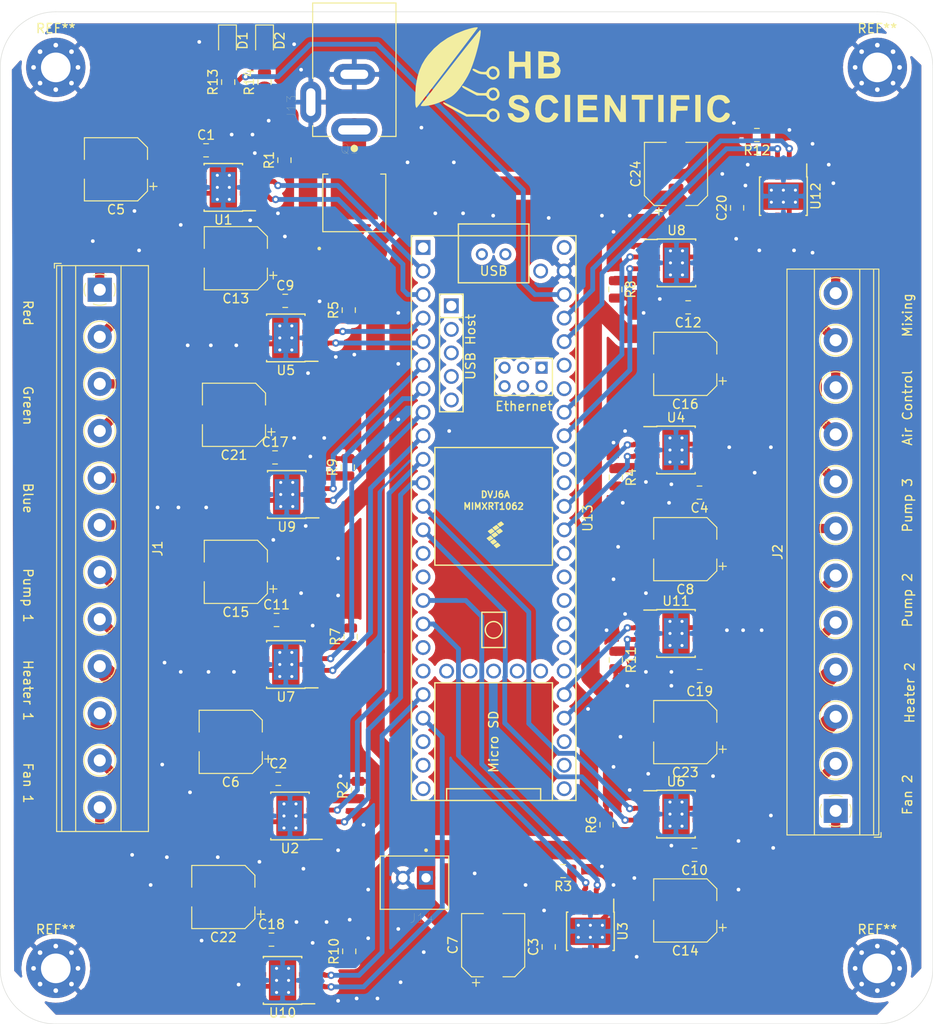
<source format=kicad_pcb>
(kicad_pcb (version 20171130) (host pcbnew "(5.1.5)-3")
  (layers (0 F.Cu signal) (31 B.Cu signal) (34 B.Paste user) (35 F.Paste user) (36 B.SilkS user) (37 F.SilkS user) (38 B.Mask user) (39 F.Mask user) (44 Edge.Cuts user))
  (net 0 "")
  (net 1 +12V)
  (net 2 GND)
  (net 3 "Net-(D1-Pad2)")
  (net 4 "Net-(D2-Pad2)")
  (net 5 /R1)
  (net 6 /R2)
  (net 7 /G1)
  (net 8 /G2)
  (net 9 /P31)
  (net 10 /P32)
  (net 11 /A1)
  (net 12 /A2)
  (net 13 /M1)
  (net 14 /M2)
  (net 15 /P22)
  (net 16 /P21)
  (net 17 /P12)
  (net 18 /P11)
  (net 19 /F22)
  (net 20 /F21)
  (net 21 /F12)
  (net 22 /F11)
  (net 23 /H22)
  (net 24 /H21)
  (net 25 /H12)
  (net 26 /H11)
  (net 27 "Net-(J13-Pad1)")
  (net 28 "Net-(R1-Pad1)")
  (net 29 "Net-(R2-Pad1)")
  (net 30 "Net-(R3-Pad1)")
  (net 31 "Net-(R4-Pad1)")
  (net 32 "Net-(R5-Pad1)")
  (net 33 "Net-(R6-Pad1)")
  (net 34 "Net-(R7-Pad1)")
  (net 35 "Net-(R8-Pad1)")
  (net 36 "Net-(R9-Pad1)")
  (net 37 "Net-(R10-Pad1)")
  (net 38 "Net-(R11-Pad1)")
  (net 39 "Net-(R12-Pad1)")
  (net 40 +3V3)
  (net 41 /PWM1)
  (net 42 /PWM0)
  (net 43 /PWM7)
  (net 44 /PWM6)
  (net 45 /PWM25)
  (net 46 /PWM24)
  (net 47 /PWM14)
  (net 48 /PWM15)
  (net 49 /PWM2)
  (net 50 /PWM3)
  (net 51 /PWM9)
  (net 52 /PWM8)
  (net 53 /PWM28)
  (net 54 /PWM29)
  (net 55 /PWM19)
  (net 56 /PWM18)
  (net 57 /B2)
  (net 58 /B1)
  (net 59 /PWM4)
  (net 60 /PWM5)
  (net 61 /PWM10)
  (net 62 /PWM11)
  (net 63 /PWM37)
  (net 64 /PWM36)
  (net 65 /PWM22)
  (net 66 /PWM23)
  (net 67 "Net-(U13-Pad49)")
  (net 68 "Net-(U13-Pad59)")
  (net 69 "Net-(U13-Pad58)")
  (net 70 "Net-(U13-Pad57)")
  (net 71 "Net-(U13-Pad56)")
  (net 72 "Net-(U13-Pad55)")
  (net 73 "Net-(U13-Pad48)")
  (net 74 "Net-(U13-Pad43)")
  (net 75 "Net-(U13-Pad42)")
  (net 76 "Net-(U13-Pad39)")
  (net 77 "Net-(U13-Pad38)")
  (net 78 "Net-(U13-Pad35)")
  (net 79 "Net-(U13-Pad1)")
  (net 80 "Net-(U13-Pad34)")
  (net 81 "Net-(U13-Pad33)")
  (net 82 "Net-(U13-Pad32)")
  (net 83 "Net-(U13-Pad31)")
  (net 84 "Net-(U13-Pad30)")
  (net 85 "Net-(U13-Pad27)")
  (net 86 "Net-(U13-Pad26)")
  (net 87 "Net-(U13-Pad25)")
  (net 88 "Net-(U13-Pad24)")
  (net 89 "Net-(U13-Pad23)")
  (net 90 "Net-(U13-Pad22)")
  (net 91 /PWM12)
  (net 92 "Net-(U13-Pad15)")
  (net 93 "Net-(U13-Pad19)")
  (net 94 "Net-(U13-Pad18)")
  (net 95 "Net-(U13-Pad60)")
  (net 96 "Net-(U13-Pad65)")
  (net 97 "Net-(U13-Pad61)")
  (net 98 "Net-(U13-Pad64)")
  (net 99 "Net-(U13-Pad63)")
  (net 100 "Net-(U13-Pad62)")
  (net 101 "Net-(U13-Pad50)")
  (net 102 "Net-(U13-Pad51)")
  (net 103 "Net-(U13-Pad52)")
  (net 104 "Net-(U13-Pad53)")
  (net 105 "Net-(U13-Pad54)")
  (net 106 "Net-(U13-Pad66)")
  (net 107 "Net-(U13-Pad67)")
  (module AdditionalPartLibraries:logo (layer F.Cu) (at 152.75 45.5)
    (fp_text reference G*** hide)
    (fp_text value LOGO hide)
  )
  (module MountingHole:MountingHole_3.2mm_M3_Pad_Via (layer F.Cu) (at 97 141.75)
    (fp_text reference REF** (at 0 -4.2) (layer F.SilkS))
    (fp_text value MountingHole_3.2mm_M3_Pad_Via)
    (pad 1 thru_hole circle (at 0 0) (size 6.4 6.4) (drill 3.2) (layers *.Cu *.Mask) (net 2 GND))
    (pad 1 thru_hole circle (at 2.4 0) (size 0.8 0.8) (drill 0.5) (layers *.Cu *.Mask) (net 2 GND))
    (pad 1 thru_hole circle (at 1.697056 1.697056) (size 0.8 0.8) (drill 0.5) (layers *.Cu *.Mask) (net 2 GND))
    (pad 1 thru_hole circle (at 0 2.4) (size 0.8 0.8) (drill 0.5) (layers *.Cu *.Mask) (net 2 GND))
    (pad 1 thru_hole circle (at -1.697056 1.697056) (size 0.8 0.8) (drill 0.5) (layers *.Cu *.Mask) (net 2 GND))
    (pad 1 thru_hole circle (at -2.4 0) (size 0.8 0.8) (drill 0.5) (layers *.Cu *.Mask) (net 2 GND))
    (pad 1 thru_hole circle (at -1.697056 -1.697056) (size 0.8 0.8) (drill 0.5) (layers *.Cu *.Mask) (net 2 GND))
    (pad 1 thru_hole circle (at 0 -2.4) (size 0.8 0.8) (drill 0.5) (layers *.Cu *.Mask) (net 2 GND))
    (pad 1 thru_hole circle (at 1.697056 -1.697056) (size 0.8 0.8) (drill 0.5) (layers *.Cu *.Mask) (net 2 GND))
  )
  (module MountingHole:MountingHole_3.2mm_M3_Pad_Via (layer F.Cu) (at 97 44.5)
    (fp_text reference REF** (at 0 -4.2) (layer F.SilkS))
    (fp_text value MountingHole_3.2mm_M3_Pad_Via)
    (pad 1 thru_hole circle (at 0 0) (size 6.4 6.4) (drill 3.2) (layers *.Cu *.Mask) (net 2 GND))
    (pad 1 thru_hole circle (at 2.4 0) (size 0.8 0.8) (drill 0.5) (layers *.Cu *.Mask) (net 2 GND))
    (pad 1 thru_hole circle (at 1.697056 1.697056) (size 0.8 0.8) (drill 0.5) (layers *.Cu *.Mask) (net 2 GND))
    (pad 1 thru_hole circle (at 0 2.4) (size 0.8 0.8) (drill 0.5) (layers *.Cu *.Mask) (net 2 GND))
    (pad 1 thru_hole circle (at -1.697056 1.697056) (size 0.8 0.8) (drill 0.5) (layers *.Cu *.Mask) (net 2 GND))
    (pad 1 thru_hole circle (at -2.4 0) (size 0.8 0.8) (drill 0.5) (layers *.Cu *.Mask) (net 2 GND))
    (pad 1 thru_hole circle (at -1.697056 -1.697056) (size 0.8 0.8) (drill 0.5) (layers *.Cu *.Mask) (net 2 GND))
    (pad 1 thru_hole circle (at 0 -2.4) (size 0.8 0.8) (drill 0.5) (layers *.Cu *.Mask) (net 2 GND))
    (pad 1 thru_hole circle (at 1.697056 -1.697056) (size 0.8 0.8) (drill 0.5) (layers *.Cu *.Mask) (net 2 GND))
  )
  (module MountingHole:MountingHole_3.2mm_M3_Pad_Via (layer F.Cu) (at 185.75 44.5)
    (fp_text reference REF** (at 0 -4.2) (layer F.SilkS))
    (fp_text value MountingHole_3.2mm_M3_Pad_Via)
    (pad 1 thru_hole circle (at 0 0) (size 6.4 6.4) (drill 3.2) (layers *.Cu *.Mask) (net 2 GND))
    (pad 1 thru_hole circle (at 2.4 0) (size 0.8 0.8) (drill 0.5) (layers *.Cu *.Mask) (net 2 GND))
    (pad 1 thru_hole circle (at 1.697056 1.697056) (size 0.8 0.8) (drill 0.5) (layers *.Cu *.Mask) (net 2 GND))
    (pad 1 thru_hole circle (at 0 2.4) (size 0.8 0.8) (drill 0.5) (layers *.Cu *.Mask) (net 2 GND))
    (pad 1 thru_hole circle (at -1.697056 1.697056) (size 0.8 0.8) (drill 0.5) (layers *.Cu *.Mask) (net 2 GND))
    (pad 1 thru_hole circle (at -2.4 0) (size 0.8 0.8) (drill 0.5) (layers *.Cu *.Mask) (net 2 GND))
    (pad 1 thru_hole circle (at -1.697056 -1.697056) (size 0.8 0.8) (drill 0.5) (layers *.Cu *.Mask) (net 2 GND))
    (pad 1 thru_hole circle (at 0 -2.4) (size 0.8 0.8) (drill 0.5) (layers *.Cu *.Mask) (net 2 GND))
    (pad 1 thru_hole circle (at 1.697056 -1.697056) (size 0.8 0.8) (drill 0.5) (layers *.Cu *.Mask) (net 2 GND))
  )
  (module MountingHole:MountingHole_3.2mm_M3_Pad_Via (layer F.Cu) (at 185.75 141.75)
    (fp_text reference REF** (at 0 -4.2) (layer F.SilkS))
    (fp_text value MountingHole_3.2mm_M3_Pad_Via)
    (pad 1 thru_hole circle (at 1.697056 -1.697056) (size 0.8 0.8) (drill 0.5) (layers *.Cu *.Mask) (net 2 GND))
    (pad 1 thru_hole circle (at 0 -2.4) (size 0.8 0.8) (drill 0.5) (layers *.Cu *.Mask) (net 2 GND))
    (pad 1 thru_hole circle (at -1.697056 -1.697056) (size 0.8 0.8) (drill 0.5) (layers *.Cu *.Mask) (net 2 GND))
    (pad 1 thru_hole circle (at -2.4 0) (size 0.8 0.8) (drill 0.5) (layers *.Cu *.Mask) (net 2 GND))
    (pad 1 thru_hole circle (at -1.697056 1.697056) (size 0.8 0.8) (drill 0.5) (layers *.Cu *.Mask) (net 2 GND))
    (pad 1 thru_hole circle (at 0 2.4) (size 0.8 0.8) (drill 0.5) (layers *.Cu *.Mask) (net 2 GND))
    (pad 1 thru_hole circle (at 1.697056 1.697056) (size 0.8 0.8) (drill 0.5) (layers *.Cu *.Mask) (net 2 GND))
    (pad 1 thru_hole circle (at 2.4 0) (size 0.8 0.8) (drill 0.5) (layers *.Cu *.Mask) (net 2 GND))
    (pad 1 thru_hole circle (at 0 0) (size 6.4 6.4) (drill 3.2) (layers *.Cu *.Mask) (net 2 GND))
  )
  (module Capacitor_SMD:C_0805_2012Metric (layer F.Cu) (at 113.2375 53.45)
    (fp_text reference C1 (at 0 -1.65) (layer F.SilkS))
    (fp_text value 0.1)
    (pad 1 smd roundrect (at -0.9375 0) (size 0.975 1.4) (layers F.Cu F.Paste F.Mask) (net 1 +12V))
    (pad 2 smd roundrect (at 0.9375 0) (size 0.975 1.4) (layers F.Cu F.Paste F.Mask) (net 2 GND))
  )
  (module Capacitor_SMD:C_0805_2012Metric (layer F.Cu) (at 121.0375 121.3)
    (fp_text reference C2 (at 0 -1.65) (layer F.SilkS))
    (fp_text value 0.1)
    (pad 1 smd roundrect (at -0.9375 0) (size 0.975 1.4) (layers F.Cu F.Paste F.Mask) (net 1 +12V))
    (pad 2 smd roundrect (at 0.9375 0) (size 0.975 1.4) (layers F.Cu F.Paste F.Mask) (net 2 GND))
  )
  (module Capacitor_SMD:C_0805_2012Metric (layer F.Cu) (at 150.25 139.4375 90)
    (fp_text reference C3 (at 0 -1.65 90) (layer F.SilkS))
    (fp_text value 0.1)
    (pad 2 smd roundrect (at 0.9375 0 90) (size 0.975 1.4) (layers F.Cu F.Paste F.Mask) (net 2 GND))
    (pad 1 smd roundrect (at -0.9375 0 90) (size 0.975 1.4) (layers F.Cu F.Paste F.Mask) (net 1 +12V))
  )
  (module Capacitor_SMD:C_0805_2012Metric (layer F.Cu) (at 166.5375 90.4 180)
    (fp_text reference C4 (at 0 -1.65) (layer F.SilkS))
    (fp_text value 0.1)
    (pad 2 smd roundrect (at 0.9375 0 180) (size 0.975 1.4) (layers F.Cu F.Paste F.Mask) (net 2 GND))
    (pad 1 smd roundrect (at -0.9375 0 180) (size 0.975 1.4) (layers F.Cu F.Paste F.Mask) (net 1 +12V))
  )
  (module Capacitor_SMD:CP_Elec_6.3x5.4 (layer F.Cu) (at 103.5 55.5 180)
    (fp_text reference C5 (at 0 -4.35) (layer F.SilkS))
    (fp_text value 47uF)
    (pad 1 smd roundrect (at -2.8 0 180) (size 3.5 1.6) (layers F.Cu F.Paste F.Mask) (roundrect_rratio 0.15625) (net 1 +12V))
    (pad 2 smd roundrect (at 2.8 0 180) (size 3.5 1.6) (layers F.Cu F.Paste F.Mask) (roundrect_rratio 0.15625) (net 2 GND))
  )
  (module Capacitor_SMD:CP_Elec_6.3x5.4 (layer F.Cu) (at 115.9 117.3 180)
    (fp_text reference C6 (at 0 -4.35) (layer F.SilkS))
    (fp_text value 47uF)
    (pad 1 smd roundrect (at -2.8 0 180) (size 3.5 1.6) (layers F.Cu F.Paste F.Mask) (roundrect_rratio 0.15625) (net 1 +12V))
    (pad 2 smd roundrect (at 2.8 0 180) (size 3.5 1.6) (layers F.Cu F.Paste F.Mask) (roundrect_rratio 0.15625) (net 2 GND))
  )
  (module Capacitor_SMD:CP_Elec_6.3x5.4 (layer F.Cu) (at 144.25 139.25 90)
    (fp_text reference C7 (at 0 -4.35 90) (layer F.SilkS))
    (fp_text value 47uF)
    (pad 2 smd roundrect (at 2.8 0 90) (size 3.5 1.6) (layers F.Cu F.Paste F.Mask) (roundrect_rratio 0.15625) (net 2 GND))
    (pad 1 smd roundrect (at -2.8 0 90) (size 3.5 1.6) (layers F.Cu F.Paste F.Mask) (roundrect_rratio 0.15625) (net 1 +12V))
  )
  (module Capacitor_SMD:CP_Elec_6.3x5.4 (layer F.Cu) (at 165 96.5 180)
    (fp_text reference C8 (at 0 -4.35) (layer F.SilkS))
    (fp_text value 47uF)
    (pad 1 smd roundrect (at -2.8 0 180) (size 3.5 1.6) (layers F.Cu F.Paste F.Mask) (roundrect_rratio 0.15625) (net 1 +12V))
    (pad 2 smd roundrect (at 2.8 0 180) (size 3.5 1.6) (layers F.Cu F.Paste F.Mask) (roundrect_rratio 0.15625) (net 2 GND))
  )
  (module Capacitor_SMD:C_0805_2012Metric (layer F.Cu) (at 121.7875 69.7)
    (fp_text reference C9 (at 0 -1.65) (layer F.SilkS))
    (fp_text value 0.1)
    (pad 1 smd roundrect (at -0.9375 0) (size 0.975 1.4) (layers F.Cu F.Paste F.Mask) (net 1 +12V))
    (pad 2 smd roundrect (at 0.9375 0) (size 0.975 1.4) (layers F.Cu F.Paste F.Mask) (net 2 GND))
  )
  (module Capacitor_SMD:C_0805_2012Metric (layer F.Cu) (at 166 129.5 180)
    (fp_text reference C10 (at 0 -1.65) (layer F.SilkS))
    (fp_text value 0.1)
    (pad 2 smd roundrect (at 0.9375 0 180) (size 0.975 1.4) (layers F.Cu F.Paste F.Mask) (net 2 GND))
    (pad 1 smd roundrect (at -0.9375 0 180) (size 0.975 1.4) (layers F.Cu F.Paste F.Mask) (net 1 +12V))
  )
  (module Capacitor_SMD:C_0805_2012Metric (layer F.Cu) (at 120.85 104.15)
    (fp_text reference C11 (at 0 -1.65) (layer F.SilkS))
    (fp_text value 0.1)
    (pad 2 smd roundrect (at 0.9375 0) (size 0.975 1.4) (layers F.Cu F.Paste F.Mask) (net 2 GND))
    (pad 1 smd roundrect (at -0.9375 0) (size 0.975 1.4) (layers F.Cu F.Paste F.Mask) (net 1 +12V))
  )
  (module Capacitor_SMD:C_0805_2012Metric (layer F.Cu) (at 165.3125 70.4 180)
    (fp_text reference C12 (at 0 -1.65) (layer F.SilkS))
    (fp_text value 0.1)
    (pad 2 smd roundrect (at 0.9375 0 180) (size 0.975 1.4) (layers F.Cu F.Paste F.Mask) (net 2 GND))
    (pad 1 smd roundrect (at -0.9375 0 180) (size 0.975 1.4) (layers F.Cu F.Paste F.Mask) (net 1 +12V))
  )
  (module Capacitor_SMD:CP_Elec_6.3x5.4 (layer F.Cu) (at 116.45 65.1 180)
    (fp_text reference C13 (at 0 -4.35) (layer F.SilkS))
    (fp_text value 47uF)
    (pad 2 smd roundrect (at 2.8 0 180) (size 3.5 1.6) (layers F.Cu F.Paste F.Mask) (roundrect_rratio 0.15625) (net 2 GND))
    (pad 1 smd roundrect (at -2.8 0 180) (size 3.5 1.6) (layers F.Cu F.Paste F.Mask) (roundrect_rratio 0.15625) (net 1 +12V))
  )
  (module Capacitor_SMD:CP_Elec_6.3x5.4 (layer F.Cu) (at 165 135.5 180)
    (fp_text reference C14 (at 0 -4.35) (layer F.SilkS))
    (fp_text value 47uF)
    (pad 2 smd roundrect (at 2.8 0 180) (size 3.5 1.6) (layers F.Cu F.Paste F.Mask) (roundrect_rratio 0.15625) (net 2 GND))
    (pad 1 smd roundrect (at -2.8 0 180) (size 3.5 1.6) (layers F.Cu F.Paste F.Mask) (roundrect_rratio 0.15625) (net 1 +12V))
  )
  (module Capacitor_SMD:CP_Elec_6.3x5.4 (layer F.Cu) (at 116.45 98.95 180)
    (fp_text reference C15 (at 0 -4.35) (layer F.SilkS))
    (fp_text value 47uF)
    (pad 2 smd roundrect (at 2.8 0 180) (size 3.5 1.6) (layers F.Cu F.Paste F.Mask) (roundrect_rratio 0.15625) (net 2 GND))
    (pad 1 smd roundrect (at -2.8 0 180) (size 3.5 1.6) (layers F.Cu F.Paste F.Mask) (roundrect_rratio 0.15625) (net 1 +12V))
  )
  (module Capacitor_SMD:CP_Elec_6.3x5.4 (layer F.Cu) (at 165 76.5 180)
    (fp_text reference C16 (at 0 -4.35) (layer F.SilkS))
    (fp_text value 47uF)
    (pad 2 smd roundrect (at 2.8 0 180) (size 3.5 1.6) (layers F.Cu F.Paste F.Mask) (roundrect_rratio 0.15625) (net 2 GND))
    (pad 1 smd roundrect (at -2.8 0 180) (size 3.5 1.6) (layers F.Cu F.Paste F.Mask) (roundrect_rratio 0.15625) (net 1 +12V))
  )
  (module Capacitor_SMD:C_0805_2012Metric (layer F.Cu) (at 120.6875 86.6)
    (fp_text reference C17 (at 0 -1.65) (layer F.SilkS))
    (fp_text value 0.1)
    (pad 1 smd roundrect (at -0.9375 0) (size 0.975 1.4) (layers F.Cu F.Paste F.Mask) (net 1 +12V))
    (pad 2 smd roundrect (at 0.9375 0) (size 0.975 1.4) (layers F.Cu F.Paste F.Mask) (net 2 GND))
  )
  (module Capacitor_SMD:C_0805_2012Metric (layer F.Cu) (at 120.3 138.65)
    (fp_text reference C18 (at 0 -1.65) (layer F.SilkS))
    (fp_text value 0.1)
    (pad 2 smd roundrect (at 0.9375 0) (size 0.975 1.4) (layers F.Cu F.Paste F.Mask) (net 2 GND))
    (pad 1 smd roundrect (at -0.9375 0) (size 0.975 1.4) (layers F.Cu F.Paste F.Mask) (net 1 +12V))
  )
  (module Capacitor_SMD:C_0805_2012Metric (layer F.Cu) (at 166.5625 110.2 180)
    (fp_text reference C19 (at 0 -1.65) (layer F.SilkS))
    (fp_text value 0.1)
    (pad 1 smd roundrect (at -0.9375 0 180) (size 0.975 1.4) (layers F.Cu F.Paste F.Mask) (net 1 +12V))
    (pad 2 smd roundrect (at 0.9375 0 180) (size 0.975 1.4) (layers F.Cu F.Paste F.Mask) (net 2 GND))
  )
  (module Capacitor_SMD:C_0805_2012Metric (layer F.Cu) (at 170.6 59.6625 90)
    (fp_text reference C20 (at 0 -1.65 90) (layer F.SilkS))
    (fp_text value 0.1)
    (pad 1 smd roundrect (at -0.9375 0 90) (size 0.975 1.4) (layers F.Cu F.Paste F.Mask) (net 1 +12V))
    (pad 2 smd roundrect (at 0.9375 0 90) (size 0.975 1.4) (layers F.Cu F.Paste F.Mask) (net 2 GND))
  )
  (module Capacitor_SMD:CP_Elec_6.3x5.4 (layer F.Cu) (at 116.25 82 180)
    (fp_text reference C21 (at 0 -4.35) (layer F.SilkS))
    (fp_text value 47uF)
    (pad 1 smd roundrect (at -2.8 0 180) (size 3.5 1.6) (layers F.Cu F.Paste F.Mask) (roundrect_rratio 0.15625) (net 1 +12V))
    (pad 2 smd roundrect (at 2.8 0 180) (size 3.5 1.6) (layers F.Cu F.Paste F.Mask) (roundrect_rratio 0.15625) (net 2 GND))
  )
  (module Capacitor_SMD:CP_Elec_6.3x5.4 (layer F.Cu) (at 115.1 134.05 180)
    (fp_text reference C22 (at 0 -4.35) (layer F.SilkS))
    (fp_text value 47uF)
    (pad 2 smd roundrect (at 2.8 0 180) (size 3.5 1.6) (layers F.Cu F.Paste F.Mask) (roundrect_rratio 0.15625) (net 2 GND))
    (pad 1 smd roundrect (at -2.8 0 180) (size 3.5 1.6) (layers F.Cu F.Paste F.Mask) (roundrect_rratio 0.15625) (net 1 +12V))
  )
  (module Capacitor_SMD:CP_Elec_6.3x5.4 (layer F.Cu) (at 165 116.25 180)
    (fp_text reference C23 (at 0 -4.35) (layer F.SilkS))
    (fp_text value 47uF)
    (pad 1 smd roundrect (at -2.8 0 180) (size 3.5 1.6) (layers F.Cu F.Paste F.Mask) (roundrect_rratio 0.15625) (net 1 +12V))
    (pad 2 smd roundrect (at 2.8 0 180) (size 3.5 1.6) (layers F.Cu F.Paste F.Mask) (roundrect_rratio 0.15625) (net 2 GND))
  )
  (module Capacitor_SMD:CP_Elec_6.3x5.4 (layer F.Cu) (at 164 56 90)
    (fp_text reference C24 (at 0 -4.35 90) (layer F.SilkS))
    (fp_text value 47uF)
    (pad 1 smd roundrect (at -2.8 0 90) (size 3.5 1.6) (layers F.Cu F.Paste F.Mask) (roundrect_rratio 0.15625) (net 1 +12V))
    (pad 2 smd roundrect (at 2.8 0 90) (size 3.5 1.6) (layers F.Cu F.Paste F.Mask) (roundrect_rratio 0.15625) (net 2 GND))
  )
  (module LED_SMD:LED_0805_2012Metric (layer F.Cu) (at 115.55 41.6125 270)
    (fp_text reference D1 (at 0 -1.65 90) (layer F.SilkS))
    (fp_text value LED)
    (pad 2 smd roundrect (at 0.9375 0 270) (size 0.975 1.4) (layers F.Cu F.Paste F.Mask) (net 3 "Net-(D1-Pad2)"))
    (pad 1 smd roundrect (at -0.9375 0 270) (size 0.975 1.4) (layers F.Cu F.Paste F.Mask) (net 2 GND))
  )
  (module LED_SMD:LED_0805_2012Metric (layer F.Cu) (at 119.55 41.6125 270)
    (fp_text reference D2 (at 0 -1.65 90) (layer F.SilkS))
    (fp_text value LED)
    (pad 1 smd roundrect (at -0.9375 0 270) (size 0.975 1.4) (layers F.Cu F.Paste F.Mask) (net 2 GND))
    (pad 2 smd roundrect (at 0.9375 0 270) (size 0.975 1.4) (layers F.Cu F.Paste F.Mask) (net 4 "Net-(D2-Pad2)"))
  )
  (module AdditionalPartLibraries:TerminalBlock_Phoenix_MKDS-1,5-12-5.08_1x12_P5.08mm_Horizontal (layer F.Cu) (at 101.75 68.5 270)
    (fp_text reference J1 (at 27.94 -6.26 90) (layer F.SilkS))
    (fp_text value Screw_Terminal_01x12)
    (pad 1 thru_hole rect (at 0 0 270) (size 2.6 2.6) (drill 1.3) (layers *.Cu *.Mask) (net 5 /R1))
    (pad 2 thru_hole circle (at 5.08 0 270) (size 2.6 2.6) (drill 1.3) (layers *.Cu *.Mask) (net 6 /R2))
    (pad 3 thru_hole circle (at 10.16 0 270) (size 2.6 2.6) (drill 1.3) (layers *.Cu *.Mask) (net 7 /G1))
    (pad 4 thru_hole circle (at 15.24 0 270) (size 2.6 2.6) (drill 1.3) (layers *.Cu *.Mask) (net 8 /G2))
    (pad 5 thru_hole circle (at 20.32 0 270) (size 2.6 2.6) (drill 1.3) (layers *.Cu *.Mask) (net 58 /B1))
    (pad 6 thru_hole circle (at 25.4 0 270) (size 2.6 2.6) (drill 1.3) (layers *.Cu *.Mask) (net 57 /B2))
    (pad 7 thru_hole circle (at 30.48 0 270) (size 2.6 2.6) (drill 1.3) (layers *.Cu *.Mask) (net 18 /P11))
    (pad 8 thru_hole circle (at 35.56 0 270) (size 2.6 2.6) (drill 1.3) (layers *.Cu *.Mask) (net 17 /P12))
    (pad 9 thru_hole circle (at 40.64 0 270) (size 2.6 2.6) (drill 1.3) (layers *.Cu *.Mask) (net 26 /H11))
    (pad 10 thru_hole circle (at 45.72 0 270) (size 2.6 2.6) (drill 1.3) (layers *.Cu *.Mask) (net 25 /H12))
    (pad 11 thru_hole circle (at 50.8 0 270) (size 2.6 2.6) (drill 1.3) (layers *.Cu *.Mask) (net 22 /F11))
    (pad 12 thru_hole circle (at 55.88 0 270) (size 2.6 2.6) (drill 1.3) (layers *.Cu *.Mask) (net 21 /F12))
  )
  (module AdditionalPartLibraries:TerminalBlock_Phoenix_MKDS-1,5-12-5.08_1x12_P5.08mm_Horizontal (layer F.Cu) (at 181.25 124.75 90)
    (fp_text reference J2 (at 27.94 -6.26 90) (layer F.SilkS))
    (fp_text value Screw_Terminal_01x12)
    (pad 12 thru_hole circle (at 55.88 0 90) (size 2.6 2.6) (drill 1.3) (layers *.Cu *.Mask) (net 14 /M2))
    (pad 11 thru_hole circle (at 50.8 0 90) (size 2.6 2.6) (drill 1.3) (layers *.Cu *.Mask) (net 13 /M1))
    (pad 10 thru_hole circle (at 45.72 0 90) (size 2.6 2.6) (drill 1.3) (layers *.Cu *.Mask) (net 12 /A2))
    (pad 9 thru_hole circle (at 40.64 0 90) (size 2.6 2.6) (drill 1.3) (layers *.Cu *.Mask) (net 11 /A1))
    (pad 8 thru_hole circle (at 35.56 0 90) (size 2.6 2.6) (drill 1.3) (layers *.Cu *.Mask) (net 10 /P32))
    (pad 7 thru_hole circle (at 30.48 0 90) (size 2.6 2.6) (drill 1.3) (layers *.Cu *.Mask) (net 9 /P31))
    (pad 6 thru_hole circle (at 25.4 0 90) (size 2.6 2.6) (drill 1.3) (layers *.Cu *.Mask) (net 15 /P22))
    (pad 5 thru_hole circle (at 20.32 0 90) (size 2.6 2.6) (drill 1.3) (layers *.Cu *.Mask) (net 16 /P21))
    (pad 4 thru_hole circle (at 15.24 0 90) (size 2.6 2.6) (drill 1.3) (layers *.Cu *.Mask) (net 23 /H22))
    (pad 3 thru_hole circle (at 10.16 0 90) (size 2.6 2.6) (drill 1.3) (layers *.Cu *.Mask) (net 24 /H21))
    (pad 2 thru_hole circle (at 5.08 0 90) (size 2.6 2.6) (drill 1.3) (layers *.Cu *.Mask) (net 19 /F22))
    (pad 1 thru_hole rect (at 0 0 90) (size 2.6 2.6) (drill 1.3) (layers *.Cu *.Mask) (net 20 /F21))
  )
  (module AdditionalPartLibraries:CUI_PJ-002B (layer F.Cu) (at 129.25 51.25 90)
    (fp_text reference J13 (at 2.486547 -6.769195 90) (layer F.SilkS) (effects (font (size 1.000622 1.000622) (thickness 0.015))))
    (fp_text value PJ-002B)
    (pad 1 thru_hole oval (at 0 0 90) (size 2.5 5) (drill oval 1 3.5) (layers *.Cu *.Mask) (net 27 "Net-(J13-Pad1)"))
    (pad 2 thru_hole oval (at 6 0 90) (size 2.25 4.5) (drill oval 1 3) (layers *.Cu *.Mask) (net 2 GND))
    (pad 3 thru_hole oval (at 3 -4.7 90) (size 4.5 2.25) (drill oval 3 1) (layers *.Cu *.Mask) (net 2 GND))
  )
  (module "AdditionalPartLibraries:JST_B2B-XH-A(LF)(SN)" (layer F.Cu) (at 135.75 132.5 180)
    (fp_text reference J14 (at -0.775 -3.835) (layer F.SilkS) (effects (font (thickness 0.015))))
    (fp_text value "B2B-XH-A(LF)(SN)")
    (pad 1 thru_hole rect (at -1.25 0.525 180) (size 1.508 1.508) (drill 1) (layers *.Cu *.Mask) (net 1 +12V))
    (pad 2 thru_hole circle (at 1.25 0.525 180) (size 1.508 1.508) (drill 1) (layers *.Cu *.Mask) (net 2 GND))
  )
  (module AdditionalPartLibraries:DPAK228P994X240_3N (layer F.Cu) (at 129.25 60.19)
    (fp_text reference Q1 (at -0.53178 -6.89244) (layer F.SilkS) (effects (font (thickness 0.015))))
    (fp_text value AOD417)
    (pad 1 smd rect (at -2.286 4.09) (size 0.97 3.02) (layers F.Cu F.Paste F.Mask) (net 2 GND))
    (pad 3 smd rect (at 2.286 4.09) (size 0.97 3.02) (layers F.Cu F.Paste F.Mask) (net 1 +12V))
    (pad 4 smd rect (at 0 -2.44) (size 5.09 6.32) (layers F.Cu F.Mask) (net 27 "Net-(J13-Pad1)"))
  )
  (module Resistor_SMD:R_0805_2012Metric (layer F.Cu) (at 121.7 54.5125 90)
    (fp_text reference R1 (at 0 -1.65 90) (layer F.SilkS))
    (fp_text value 30K)
    (pad 1 smd roundrect (at -0.9375 0 90) (size 0.975 1.4) (layers F.Cu F.Paste F.Mask) (net 28 "Net-(R1-Pad1)"))
    (pad 2 smd roundrect (at 0.9375 0 90) (size 0.975 1.4) (layers F.Cu F.Paste F.Mask) (net 2 GND))
  )
  (module Resistor_SMD:R_0805_2012Metric (layer F.Cu) (at 129.65 122.5 90)
    (fp_text reference R2 (at 0 -1.65 90) (layer F.SilkS))
    (fp_text value 30K)
    (pad 1 smd roundrect (at -0.9375 0 90) (size 0.975 1.4) (layers F.Cu F.Paste F.Mask) (net 29 "Net-(R2-Pad1)"))
    (pad 2 smd roundrect (at 0.9375 0 90) (size 0.975 1.4) (layers F.Cu F.Paste F.Mask) (net 2 GND))
  )
  (module Resistor_SMD:R_0805_2012Metric (layer F.Cu) (at 151.8125 131.25 180)
    (fp_text reference R3 (at 0 -1.65) (layer F.SilkS))
    (fp_text value 30K)
    (pad 1 smd roundrect (at -0.9375 0 180) (size 0.975 1.4) (layers F.Cu F.Paste F.Mask) (net 30 "Net-(R3-Pad1)"))
    (pad 2 smd roundrect (at 0.9375 0 180) (size 0.975 1.4) (layers F.Cu F.Paste F.Mask) (net 2 GND))
  )
  (module Resistor_SMD:R_0805_2012Metric (layer F.Cu) (at 157.5 88.75 270)
    (fp_text reference R4 (at 0 -1.65 90) (layer F.SilkS))
    (fp_text value 30K)
    (pad 1 smd roundrect (at -0.9375 0 270) (size 0.975 1.4) (layers F.Cu F.Paste F.Mask) (net 31 "Net-(R4-Pad1)"))
    (pad 2 smd roundrect (at 0.9375 0 270) (size 0.975 1.4) (layers F.Cu F.Paste F.Mask) (net 2 GND))
  )
  (module Resistor_SMD:R_0805_2012Metric (layer F.Cu) (at 128.65 70.7 90)
    (fp_text reference R5 (at 0 -1.65 90) (layer F.SilkS))
    (fp_text value 30K)
    (pad 1 smd roundrect (at -0.9375 0 90) (size 0.975 1.4) (layers F.Cu F.Paste F.Mask) (net 32 "Net-(R5-Pad1)"))
    (pad 2 smd roundrect (at 0.9375 0 90) (size 0.975 1.4) (layers F.Cu F.Paste F.Mask) (net 2 GND))
  )
  (module Resistor_SMD:R_0805_2012Metric (layer F.Cu) (at 156.5 126.25 90)
    (fp_text reference R6 (at 0 -1.65 90) (layer F.SilkS))
    (fp_text value 30K)
    (pad 2 smd roundrect (at 0.9375 0 90) (size 0.975 1.4) (layers F.Cu F.Paste F.Mask) (net 2 GND))
    (pad 1 smd roundrect (at -0.9375 0 90) (size 0.975 1.4) (layers F.Cu F.Paste F.Mask) (net 33 "Net-(R6-Pad1)"))
  )
  (module Resistor_SMD:R_0805_2012Metric (layer F.Cu) (at 128.85 105.95 90)
    (fp_text reference R7 (at 0 -1.65 90) (layer F.SilkS))
    (fp_text value 30K)
    (pad 2 smd roundrect (at 0.9375 0 90) (size 0.975 1.4) (layers F.Cu F.Paste F.Mask) (net 2 GND))
    (pad 1 smd roundrect (at -0.9375 0 90) (size 0.975 1.4) (layers F.Cu F.Paste F.Mask) (net 34 "Net-(R7-Pad1)"))
  )
  (module Resistor_SMD:R_0805_2012Metric (layer F.Cu) (at 157.45 68.4625 270)
    (fp_text reference R8 (at 0 -1.65 90) (layer F.SilkS))
    (fp_text value 30K)
    (pad 2 smd roundrect (at 0.9375 0 270) (size 0.975 1.4) (layers F.Cu F.Paste F.Mask) (net 2 GND))
    (pad 1 smd roundrect (at -0.9375 0 270) (size 0.975 1.4) (layers F.Cu F.Paste F.Mask) (net 35 "Net-(R8-Pad1)"))
  )
  (module Resistor_SMD:R_0805_2012Metric (layer F.Cu) (at 128.55 87.6625 90)
    (fp_text reference R9 (at 0 -1.65 90) (layer F.SilkS))
    (fp_text value 30K)
    (pad 2 smd roundrect (at 0.9375 0 90) (size 0.975 1.4) (layers F.Cu F.Paste F.Mask) (net 2 GND))
    (pad 1 smd roundrect (at -0.9375 0 90) (size 0.975 1.4) (layers F.Cu F.Paste F.Mask) (net 36 "Net-(R9-Pad1)"))
  )
  (module Resistor_SMD:R_0805_2012Metric (layer F.Cu) (at 128.7 139.9125 90)
    (fp_text reference R10 (at 0 -1.65 90) (layer F.SilkS))
    (fp_text value 30K)
    (pad 2 smd roundrect (at 0.9375 0 90) (size 0.975 1.4) (layers F.Cu F.Paste F.Mask) (net 2 GND))
    (pad 1 smd roundrect (at -0.9375 0 90) (size 0.975 1.4) (layers F.Cu F.Paste F.Mask) (net 37 "Net-(R10-Pad1)"))
  )
  (module Resistor_SMD:R_0805_2012Metric (layer F.Cu) (at 157.5 108.4625 270)
    (fp_text reference R11 (at 0 -1.65 90) (layer F.SilkS))
    (fp_text value 30K)
    (pad 1 smd roundrect (at -0.9375 0 270) (size 0.975 1.4) (layers F.Cu F.Paste F.Mask) (net 38 "Net-(R11-Pad1)"))
    (pad 2 smd roundrect (at 0.9375 0 270) (size 0.975 1.4) (layers F.Cu F.Paste F.Mask) (net 2 GND))
  )
  (module Resistor_SMD:R_0805_2012Metric (layer F.Cu) (at 172.7375 51.8 180)
    (fp_text reference R12 (at 0 -1.65) (layer F.SilkS))
    (fp_text value 30K)
    (pad 2 smd roundrect (at 0.9375 0 180) (size 0.975 1.4) (layers F.Cu F.Paste F.Mask) (net 2 GND))
    (pad 1 smd roundrect (at -0.9375 0 180) (size 0.975 1.4) (layers F.Cu F.Paste F.Mask) (net 39 "Net-(R12-Pad1)"))
  )
  (module Resistor_SMD:R_0805_2012Metric (layer F.Cu) (at 115.625001 46.0875 90)
    (fp_text reference R13 (at 0 -1.65 90) (layer F.SilkS))
    (fp_text value 320)
    (pad 1 smd roundrect (at -0.9375 0 90) (size 0.975 1.4) (layers F.Cu F.Paste F.Mask) (net 40 +3V3))
    (pad 2 smd roundrect (at 0.9375 0 90) (size 0.975 1.4) (layers F.Cu F.Paste F.Mask) (net 3 "Net-(D1-Pad2)"))
  )
  (module Resistor_SMD:R_0805_2012Metric (layer F.Cu) (at 119.55 46.0875 90)
    (fp_text reference R14 (at 0 -1.65 90) (layer F.SilkS))
    (fp_text value 5K)
    (pad 2 smd roundrect (at 0.9375 0 90) (size 0.975 1.4) (layers F.Cu F.Paste F.Mask) (net 4 "Net-(D2-Pad2)"))
    (pad 1 smd roundrect (at -0.9375 0 90) (size 0.975 1.4) (layers F.Cu F.Paste F.Mask) (net 1 +12V))
  )
  (module Package_SO:Texas_HTSOP-8-1EP_3.9x4.9mm_P1.27mm_EP2.95x4.9mm_Mask2.4x3.1mm_ThermalVias (layer F.Cu) (at 115.1 57.45 180)
    (fp_text reference U1 (at 0 -3.5) (layer F.SilkS))
    (fp_text value DRV8871DDA)
    (pad 9 smd rect (at 0 0 180) (size 2.6 3.3) (layers B.Cu) (net 2 GND))
    (pad 1 smd rect (at -2.875 -1.905 180) (size 2.2 0.5) (layers F.Cu F.Paste F.Mask) (net 2 GND))
    (pad 2 smd rect (at -2.875 -0.635 180) (size 2.2 0.5) (layers F.Cu F.Paste F.Mask) (net 41 /PWM1))
    (pad 3 smd rect (at -2.875 0.635 180) (size 2.2 0.5) (layers F.Cu F.Paste F.Mask) (net 42 /PWM0))
    (pad 4 smd rect (at -2.875 1.905 180) (size 2.2 0.5) (layers F.Cu F.Paste F.Mask) (net 28 "Net-(R1-Pad1)"))
    (pad 5 smd rect (at 2.875 1.905 180) (size 2.2 0.5) (layers F.Cu F.Paste F.Mask) (net 1 +12V))
    (pad 6 smd rect (at 2.875 0.635 180) (size 2.2 0.5) (layers F.Cu F.Paste F.Mask) (net 5 /R1))
    (pad 7 smd rect (at 2.875 -0.635 180) (size 2.2 0.5) (layers F.Cu F.Paste F.Mask) (net 2 GND))
    (pad 8 smd rect (at 2.875 -1.905 180) (size 2.2 0.5) (layers F.Cu F.Paste F.Mask) (net 6 /R2))
    (pad 9 smd rect (at 0 0 180) (size 2.95 4.9) (layers F.Cu) (net 2 GND))
    (pad 9 thru_hole circle (at -0.65 -1.3 180) (size 0.63 0.63) (drill 0.33) (layers *.Cu *.Mask) (net 2 GND))
    (pad 9 thru_hole circle (at -0.65 0 180) (size 0.63 0.63) (drill 0.33) (layers *.Cu *.Mask) (net 2 GND))
    (pad 9 thru_hole circle (at 0.65 0 180) (size 0.63 0.63) (drill 0.33) (layers *.Cu *.Mask) (net 2 GND))
    (pad 9 thru_hole circle (at 0.65 -1.3 180) (size 0.63 0.63) (drill 0.33) (layers *.Cu *.Mask) (net 2 GND))
    (pad 9 thru_hole circle (at -0.65 1.3 180) (size 0.63 0.63) (drill 0.33) (layers *.Cu *.Mask) (net 2 GND))
    (pad 9 thru_hole circle (at 0.65 1.3 180) (size 0.63 0.63) (drill 0.33) (layers *.Cu *.Mask) (net 2 GND))
  )
  (module Package_SO:Texas_HTSOP-8-1EP_3.9x4.9mm_P1.27mm_EP2.95x4.9mm_Mask2.4x3.1mm_ThermalVias (layer F.Cu) (at 122.3 125.3 180)
    (fp_text reference U2 (at 0 -3.5) (layer F.SilkS))
    (fp_text value DRV8871DDA)
    (pad 9 smd rect (at 0 0 180) (size 2.6 3.3) (layers B.Cu) (net 2 GND))
    (pad 1 smd rect (at -2.875 -1.905 180) (size 2.2 0.5) (layers F.Cu F.Paste F.Mask) (net 2 GND))
    (pad 2 smd rect (at -2.875 -0.635 180) (size 2.2 0.5) (layers F.Cu F.Paste F.Mask) (net 51 /PWM9))
    (pad 3 smd rect (at -2.875 0.635 180) (size 2.2 0.5) (layers F.Cu F.Paste F.Mask) (net 52 /PWM8))
    (pad 4 smd rect (at -2.875 1.905 180) (size 2.2 0.5) (layers F.Cu F.Paste F.Mask) (net 29 "Net-(R2-Pad1)"))
    (pad 5 smd rect (at 2.875 1.905 180) (size 2.2 0.5) (layers F.Cu F.Paste F.Mask) (net 1 +12V))
    (pad 6 smd rect (at 2.875 0.635 180) (size 2.2 0.5) (layers F.Cu F.Paste F.Mask) (net 26 /H11))
    (pad 7 smd rect (at 2.875 -0.635 180) (size 2.2 0.5) (layers F.Cu F.Paste F.Mask) (net 2 GND))
    (pad 8 smd rect (at 2.875 -1.905 180) (size 2.2 0.5) (layers F.Cu F.Paste F.Mask) (net 25 /H12))
    (pad 9 smd rect (at 0 0 180) (size 2.95 4.9) (layers F.Cu) (net 2 GND))
    (pad 9 thru_hole circle (at -0.65 -1.3 180) (size 0.63 0.63) (drill 0.33) (layers *.Cu *.Mask) (net 2 GND))
    (pad 9 thru_hole circle (at -0.65 0 180) (size 0.63 0.63) (drill 0.33) (layers *.Cu *.Mask) (net 2 GND))
    (pad 9 thru_hole circle (at 0.65 0 180) (size 0.63 0.63) (drill 0.33) (layers *.Cu *.Mask) (net 2 GND))
    (pad 9 thru_hole circle (at 0.65 -1.3 180) (size 0.63 0.63) (drill 0.33) (layers *.Cu *.Mask) (net 2 GND))
    (pad 9 thru_hole circle (at -0.65 1.3 180) (size 0.63 0.63) (drill 0.33) (layers *.Cu *.Mask) (net 2 GND))
    (pad 9 thru_hole circle (at 0.65 1.3 180) (size 0.63 0.63) (drill 0.33) (layers *.Cu *.Mask) (net 2 GND))
  )
  (module Package_SO:Texas_HTSOP-8-1EP_3.9x4.9mm_P1.27mm_EP2.95x4.9mm_Mask2.4x3.1mm_ThermalVias (layer F.Cu) (at 154.75 137.75 270)
    (fp_text reference U3 (at 0 -3.5 90) (layer F.SilkS))
    (fp_text value DRV8871DDA)
    (pad 9 smd rect (at 0 0 270) (size 2.6 3.3) (layers B.Cu) (net 2 GND))
    (pad 1 smd rect (at -2.875 -1.905 270) (size 2.2 0.5) (layers F.Cu F.Paste F.Mask) (net 2 GND))
    (pad 2 smd rect (at -2.875 -0.635 270) (size 2.2 0.5) (layers F.Cu F.Paste F.Mask) (net 46 /PWM24))
    (pad 3 smd rect (at -2.875 0.635 270) (size 2.2 0.5) (layers F.Cu F.Paste F.Mask) (net 45 /PWM25))
    (pad 4 smd rect (at -2.875 1.905 270) (size 2.2 0.5) (layers F.Cu F.Paste F.Mask) (net 30 "Net-(R3-Pad1)"))
    (pad 5 smd rect (at 2.875 1.905 270) (size 2.2 0.5) (layers F.Cu F.Paste F.Mask) (net 1 +12V))
    (pad 6 smd rect (at 2.875 0.635 270) (size 2.2 0.5) (layers F.Cu F.Paste F.Mask) (net 20 /F21))
    (pad 7 smd rect (at 2.875 -0.635 270) (size 2.2 0.5) (layers F.Cu F.Paste F.Mask) (net 2 GND))
    (pad 8 smd rect (at 2.875 -1.905 270) (size 2.2 0.5) (layers F.Cu F.Paste F.Mask) (net 19 /F22))
    (pad 9 smd rect (at 0 0 270) (size 2.95 4.9) (layers F.Cu) (net 2 GND))
    (pad 9 thru_hole circle (at -0.65 -1.3 270) (size 0.63 0.63) (drill 0.33) (layers *.Cu *.Mask) (net 2 GND))
    (pad 9 thru_hole circle (at -0.65 0 270) (size 0.63 0.63) (drill 0.33) (layers *.Cu *.Mask) (net 2 GND))
    (pad 9 thru_hole circle (at 0.65 0 270) (size 0.63 0.63) (drill 0.33) (layers *.Cu *.Mask) (net 2 GND))
    (pad 9 thru_hole circle (at 0.65 -1.3 270) (size 0.63 0.63) (drill 0.33) (layers *.Cu *.Mask) (net 2 GND))
    (pad 9 thru_hole circle (at -0.65 1.3 270) (size 0.63 0.63) (drill 0.33) (layers *.Cu *.Mask) (net 2 GND))
    (pad 9 thru_hole circle (at 0.65 1.3 270) (size 0.63 0.63) (drill 0.33) (layers *.Cu *.Mask) (net 2 GND))
  )
  (module Package_SO:Texas_HTSOP-8-1EP_3.9x4.9mm_P1.27mm_EP2.95x4.9mm_Mask2.4x3.1mm_ThermalVias (layer F.Cu) (at 164 85.8)
    (fp_text reference U4 (at 0 -3.5) (layer F.SilkS))
    (fp_text value DRV8871DDA)
    (pad 9 thru_hole circle (at 0.65 1.3) (size 0.63 0.63) (drill 0.33) (layers *.Cu *.Mask) (net 2 GND))
    (pad 9 thru_hole circle (at -0.65 1.3) (size 0.63 0.63) (drill 0.33) (layers *.Cu *.Mask) (net 2 GND))
    (pad 9 thru_hole circle (at 0.65 -1.3) (size 0.63 0.63) (drill 0.33) (layers *.Cu *.Mask) (net 2 GND))
    (pad 9 thru_hole circle (at 0.65 0) (size 0.63 0.63) (drill 0.33) (layers *.Cu *.Mask) (net 2 GND))
    (pad 9 thru_hole circle (at -0.65 0) (size 0.63 0.63) (drill 0.33) (layers *.Cu *.Mask) (net 2 GND))
    (pad 9 thru_hole circle (at -0.65 -1.3) (size 0.63 0.63) (drill 0.33) (layers *.Cu *.Mask) (net 2 GND))
    (pad 9 smd rect (at 0 0) (size 2.95 4.9) (layers F.Cu) (net 2 GND))
    (pad 8 smd rect (at 2.875 -1.905) (size 2.2 0.5) (layers F.Cu F.Paste F.Mask) (net 10 /P32))
    (pad 7 smd rect (at 2.875 -0.635) (size 2.2 0.5) (layers F.Cu F.Paste F.Mask) (net 2 GND))
    (pad 6 smd rect (at 2.875 0.635) (size 2.2 0.5) (layers F.Cu F.Paste F.Mask) (net 9 /P31))
    (pad 5 smd rect (at 2.875 1.905) (size 2.2 0.5) (layers F.Cu F.Paste F.Mask) (net 1 +12V))
    (pad 4 smd rect (at -2.875 1.905) (size 2.2 0.5) (layers F.Cu F.Paste F.Mask) (net 31 "Net-(R4-Pad1)"))
    (pad 3 smd rect (at -2.875 0.635) (size 2.2 0.5) (layers F.Cu F.Paste F.Mask) (net 47 /PWM14))
    (pad 2 smd rect (at -2.875 -0.635) (size 2.2 0.5) (layers F.Cu F.Paste F.Mask) (net 48 /PWM15))
    (pad 1 smd rect (at -2.875 -1.905) (size 2.2 0.5) (layers F.Cu F.Paste F.Mask) (net 2 GND))
    (pad 9 smd rect (at 0 0) (size 2.6 3.3) (layers B.Cu) (net 2 GND))
  )
  (module Package_SO:Texas_HTSOP-8-1EP_3.9x4.9mm_P1.27mm_EP2.95x4.9mm_Mask2.4x3.1mm_ThermalVias (layer F.Cu) (at 121.85 73.7 180)
    (fp_text reference U5 (at 0 -3.5) (layer F.SilkS))
    (fp_text value DRV8871DDA)
    (pad 9 thru_hole circle (at 0.65 1.3 180) (size 0.63 0.63) (drill 0.33) (layers *.Cu *.Mask) (net 2 GND))
    (pad 9 thru_hole circle (at -0.65 1.3 180) (size 0.63 0.63) (drill 0.33) (layers *.Cu *.Mask) (net 2 GND))
    (pad 9 thru_hole circle (at 0.65 -1.3 180) (size 0.63 0.63) (drill 0.33) (layers *.Cu *.Mask) (net 2 GND))
    (pad 9 thru_hole circle (at 0.65 0 180) (size 0.63 0.63) (drill 0.33) (layers *.Cu *.Mask) (net 2 GND))
    (pad 9 thru_hole circle (at -0.65 0 180) (size 0.63 0.63) (drill 0.33) (layers *.Cu *.Mask) (net 2 GND))
    (pad 9 thru_hole circle (at -0.65 -1.3 180) (size 0.63 0.63) (drill 0.33) (layers *.Cu *.Mask) (net 2 GND))
    (pad 9 smd rect (at 0 0 180) (size 2.95 4.9) (layers F.Cu) (net 2 GND))
    (pad 8 smd rect (at 2.875 -1.905 180) (size 2.2 0.5) (layers F.Cu F.Paste F.Mask) (net 8 /G2))
    (pad 7 smd rect (at 2.875 -0.635 180) (size 2.2 0.5) (layers F.Cu F.Paste F.Mask) (net 2 GND))
    (pad 6 smd rect (at 2.875 0.635 180) (size 2.2 0.5) (layers F.Cu F.Paste F.Mask) (net 7 /G1))
    (pad 5 smd rect (at 2.875 1.905 180) (size 2.2 0.5) (layers F.Cu F.Paste F.Mask) (net 1 +12V))
    (pad 4 smd rect (at -2.875 1.905 180) (size 2.2 0.5) (layers F.Cu F.Paste F.Mask) (net 32 "Net-(R5-Pad1)"))
    (pad 3 smd rect (at -2.875 0.635 180) (size 2.2 0.5) (layers F.Cu F.Paste F.Mask) (net 49 /PWM2))
    (pad 2 smd rect (at -2.875 -0.635 180) (size 2.2 0.5) (layers F.Cu F.Paste F.Mask) (net 50 /PWM3))
    (pad 1 smd rect (at -2.875 -1.905 180) (size 2.2 0.5) (layers F.Cu F.Paste F.Mask) (net 2 GND))
    (pad 9 smd rect (at 0 0 180) (size 2.6 3.3) (layers B.Cu) (net 2 GND))
  )
  (module Package_SO:Texas_HTSOP-8-1EP_3.9x4.9mm_P1.27mm_EP2.95x4.9mm_Mask2.4x3.1mm_ThermalVias (layer F.Cu) (at 164 125.1)
    (fp_text reference U6 (at 0 -3.5) (layer F.SilkS))
    (fp_text value DRV8871DDA)
    (pad 9 smd rect (at 0 0) (size 2.6 3.3) (layers B.Cu) (net 2 GND))
    (pad 1 smd rect (at -2.875 -1.905) (size 2.2 0.5) (layers F.Cu F.Paste F.Mask) (net 2 GND))
    (pad 2 smd rect (at -2.875 -0.635) (size 2.2 0.5) (layers F.Cu F.Paste F.Mask) (net 61 /PWM10))
    (pad 3 smd rect (at -2.875 0.635) (size 2.2 0.5) (layers F.Cu F.Paste F.Mask) (net 62 /PWM11))
    (pad 4 smd rect (at -2.875 1.905) (size 2.2 0.5) (layers F.Cu F.Paste F.Mask) (net 33 "Net-(R6-Pad1)"))
    (pad 5 smd rect (at 2.875 1.905) (size 2.2 0.5) (layers F.Cu F.Paste F.Mask) (net 1 +12V))
    (pad 6 smd rect (at 2.875 0.635) (size 2.2 0.5) (layers F.Cu F.Paste F.Mask) (net 24 /H21))
    (pad 7 smd rect (at 2.875 -0.635) (size 2.2 0.5) (layers F.Cu F.Paste F.Mask) (net 2 GND))
    (pad 8 smd rect (at 2.875 -1.905) (size 2.2 0.5) (layers F.Cu F.Paste F.Mask) (net 23 /H22))
    (pad 9 smd rect (at 0 0) (size 2.95 4.9) (layers F.Cu) (net 2 GND))
    (pad 9 thru_hole circle (at -0.65 -1.3) (size 0.63 0.63) (drill 0.33) (layers *.Cu *.Mask) (net 2 GND))
    (pad 9 thru_hole circle (at -0.65 0) (size 0.63 0.63) (drill 0.33) (layers *.Cu *.Mask) (net 2 GND))
    (pad 9 thru_hole circle (at 0.65 0) (size 0.63 0.63) (drill 0.33) (layers *.Cu *.Mask) (net 2 GND))
    (pad 9 thru_hole circle (at 0.65 -1.3) (size 0.63 0.63) (drill 0.33) (layers *.Cu *.Mask) (net 2 GND))
    (pad 9 thru_hole circle (at -0.65 1.3) (size 0.63 0.63) (drill 0.33) (layers *.Cu *.Mask) (net 2 GND))
    (pad 9 thru_hole circle (at 0.65 1.3) (size 0.63 0.63) (drill 0.33) (layers *.Cu *.Mask) (net 2 GND))
  )
  (module Package_SO:Texas_HTSOP-8-1EP_3.9x4.9mm_P1.27mm_EP2.95x4.9mm_Mask2.4x3.1mm_ThermalVias (layer F.Cu) (at 121.85 108.95 180)
    (fp_text reference U7 (at 0 -3.5) (layer F.SilkS))
    (fp_text value DRV8871DDA)
    (pad 9 thru_hole circle (at 0.65 1.3 180) (size 0.63 0.63) (drill 0.33) (layers *.Cu *.Mask) (net 2 GND))
    (pad 9 thru_hole circle (at -0.65 1.3 180) (size 0.63 0.63) (drill 0.33) (layers *.Cu *.Mask) (net 2 GND))
    (pad 9 thru_hole circle (at 0.65 -1.3 180) (size 0.63 0.63) (drill 0.33) (layers *.Cu *.Mask) (net 2 GND))
    (pad 9 thru_hole circle (at 0.65 0 180) (size 0.63 0.63) (drill 0.33) (layers *.Cu *.Mask) (net 2 GND))
    (pad 9 thru_hole circle (at -0.65 0 180) (size 0.63 0.63) (drill 0.33) (layers *.Cu *.Mask) (net 2 GND))
    (pad 9 thru_hole circle (at -0.65 -1.3 180) (size 0.63 0.63) (drill 0.33) (layers *.Cu *.Mask) (net 2 GND))
    (pad 9 smd rect (at 0 0 180) (size 2.95 4.9) (layers F.Cu) (net 2 GND))
    (pad 8 smd rect (at 2.875 -1.905 180) (size 2.2 0.5) (layers F.Cu F.Paste F.Mask) (net 17 /P12))
    (pad 7 smd rect (at 2.875 -0.635 180) (size 2.2 0.5) (layers F.Cu F.Paste F.Mask) (net 2 GND))
    (pad 6 smd rect (at 2.875 0.635 180) (size 2.2 0.5) (layers F.Cu F.Paste F.Mask) (net 18 /P11))
    (pad 5 smd rect (at 2.875 1.905 180) (size 2.2 0.5) (layers F.Cu F.Paste F.Mask) (net 1 +12V))
    (pad 4 smd rect (at -2.875 1.905 180) (size 2.2 0.5) (layers F.Cu F.Paste F.Mask) (net 34 "Net-(R7-Pad1)"))
    (pad 3 smd rect (at -2.875 0.635 180) (size 2.2 0.5) (layers F.Cu F.Paste F.Mask) (net 44 /PWM6))
    (pad 2 smd rect (at -2.875 -0.635 180) (size 2.2 0.5) (layers F.Cu F.Paste F.Mask) (net 43 /PWM7))
    (pad 1 smd rect (at -2.875 -1.905 180) (size 2.2 0.5) (layers F.Cu F.Paste F.Mask) (net 2 GND))
    (pad 9 smd rect (at 0 0 180) (size 2.6 3.3) (layers B.Cu) (net 2 GND))
  )
  (module Package_SO:Texas_HTSOP-8-1EP_3.9x4.9mm_P1.27mm_EP2.95x4.9mm_Mask2.4x3.1mm_ThermalVias (layer F.Cu) (at 164.05 65.6)
    (fp_text reference U8 (at 0 -3.5) (layer F.SilkS))
    (fp_text value DRV8871DDA)
    (pad 9 smd rect (at 0 0) (size 2.6 3.3) (layers B.Cu) (net 2 GND))
    (pad 1 smd rect (at -2.875 -1.905) (size 2.2 0.5) (layers F.Cu F.Paste F.Mask) (net 2 GND))
    (pad 2 smd rect (at -2.875 -0.635) (size 2.2 0.5) (layers F.Cu F.Paste F.Mask) (net 55 /PWM19))
    (pad 3 smd rect (at -2.875 0.635) (size 2.2 0.5) (layers F.Cu F.Paste F.Mask) (net 56 /PWM18))
    (pad 4 smd rect (at -2.875 1.905) (size 2.2 0.5) (layers F.Cu F.Paste F.Mask) (net 35 "Net-(R8-Pad1)"))
    (pad 5 smd rect (at 2.875 1.905) (size 2.2 0.5) (layers F.Cu F.Paste F.Mask) (net 1 +12V))
    (pad 6 smd rect (at 2.875 0.635) (size 2.2 0.5) (layers F.Cu F.Paste F.Mask) (net 11 /A1))
    (pad 7 smd rect (at 2.875 -0.635) (size 2.2 0.5) (layers F.Cu F.Paste F.Mask) (net 2 GND))
    (pad 8 smd rect (at 2.875 -1.905) (size 2.2 0.5) (layers F.Cu F.Paste F.Mask) (net 12 /A2))
    (pad 9 smd rect (at 0 0) (size 2.95 4.9) (layers F.Cu) (net 2 GND))
    (pad 9 thru_hole circle (at -0.65 -1.3) (size 0.63 0.63) (drill 0.33) (layers *.Cu *.Mask) (net 2 GND))
    (pad 9 thru_hole circle (at -0.65 0) (size 0.63 0.63) (drill 0.33) (layers *.Cu *.Mask) (net 2 GND))
    (pad 9 thru_hole circle (at 0.65 0) (size 0.63 0.63) (drill 0.33) (layers *.Cu *.Mask) (net 2 GND))
    (pad 9 thru_hole circle (at 0.65 -1.3) (size 0.63 0.63) (drill 0.33) (layers *.Cu *.Mask) (net 2 GND))
    (pad 9 thru_hole circle (at -0.65 1.3) (size 0.63 0.63) (drill 0.33) (layers *.Cu *.Mask) (net 2 GND))
    (pad 9 thru_hole circle (at 0.65 1.3) (size 0.63 0.63) (drill 0.33) (layers *.Cu *.Mask) (net 2 GND))
  )
  (module Package_SO:Texas_HTSOP-8-1EP_3.9x4.9mm_P1.27mm_EP2.95x4.9mm_Mask2.4x3.1mm_ThermalVias (layer F.Cu) (at 121.95 90.6 180)
    (fp_text reference U9 (at 0 -3.5) (layer F.SilkS))
    (fp_text value DRV8871DDA)
    (pad 9 thru_hole circle (at 0.65 1.3 180) (size 0.63 0.63) (drill 0.33) (layers *.Cu *.Mask) (net 2 GND))
    (pad 9 thru_hole circle (at -0.65 1.3 180) (size 0.63 0.63) (drill 0.33) (layers *.Cu *.Mask) (net 2 GND))
    (pad 9 thru_hole circle (at 0.65 -1.3 180) (size 0.63 0.63) (drill 0.33) (layers *.Cu *.Mask) (net 2 GND))
    (pad 9 thru_hole circle (at 0.65 0 180) (size 0.63 0.63) (drill 0.33) (layers *.Cu *.Mask) (net 2 GND))
    (pad 9 thru_hole circle (at -0.65 0 180) (size 0.63 0.63) (drill 0.33) (layers *.Cu *.Mask) (net 2 GND))
    (pad 9 thru_hole circle (at -0.65 -1.3 180) (size 0.63 0.63) (drill 0.33) (layers *.Cu *.Mask) (net 2 GND))
    (pad 9 smd rect (at 0 0 180) (size 2.95 4.9) (layers F.Cu) (net 2 GND))
    (pad 8 smd rect (at 2.875 -1.905 180) (size 2.2 0.5) (layers F.Cu F.Paste F.Mask) (net 57 /B2))
    (pad 7 smd rect (at 2.875 -0.635 180) (size 2.2 0.5) (layers F.Cu F.Paste F.Mask) (net 2 GND))
    (pad 6 smd rect (at 2.875 0.635 180) (size 2.2 0.5) (layers F.Cu F.Paste F.Mask) (net 58 /B1))
    (pad 5 smd rect (at 2.875 1.905 180) (size 2.2 0.5) (layers F.Cu F.Paste F.Mask) (net 1 +12V))
    (pad 4 smd rect (at -2.875 1.905 180) (size 2.2 0.5) (layers F.Cu F.Paste F.Mask) (net 36 "Net-(R9-Pad1)"))
    (pad 3 smd rect (at -2.875 0.635 180) (size 2.2 0.5) (layers F.Cu F.Paste F.Mask) (net 59 /PWM4))
    (pad 2 smd rect (at -2.875 -0.635 180) (size 2.2 0.5) (layers F.Cu F.Paste F.Mask) (net 60 /PWM5))
    (pad 1 smd rect (at -2.875 -1.905 180) (size 2.2 0.5) (layers F.Cu F.Paste F.Mask) (net 2 GND))
    (pad 9 smd rect (at 0 0 180) (size 2.6 3.3) (layers B.Cu) (net 2 GND))
  )
  (module Package_SO:Texas_HTSOP-8-1EP_3.9x4.9mm_P1.27mm_EP2.95x4.9mm_Mask2.4x3.1mm_ThermalVias (layer F.Cu) (at 121.5 143.05 180)
    (fp_text reference U10 (at 0 -3.5) (layer F.SilkS))
    (fp_text value DRV8871DDA)
    (pad 9 thru_hole circle (at 0.65 1.3 180) (size 0.63 0.63) (drill 0.33) (layers *.Cu *.Mask) (net 2 GND))
    (pad 9 thru_hole circle (at -0.65 1.3 180) (size 0.63 0.63) (drill 0.33) (layers *.Cu *.Mask) (net 2 GND))
    (pad 9 thru_hole circle (at 0.65 -1.3 180) (size 0.63 0.63) (drill 0.33) (layers *.Cu *.Mask) (net 2 GND))
    (pad 9 thru_hole circle (at 0.65 0 180) (size 0.63 0.63) (drill 0.33) (layers *.Cu *.Mask) (net 2 GND))
    (pad 9 thru_hole circle (at -0.65 0 180) (size 0.63 0.63) (drill 0.33) (layers *.Cu *.Mask) (net 2 GND))
    (pad 9 thru_hole circle (at -0.65 -1.3 180) (size 0.63 0.63) (drill 0.33) (layers *.Cu *.Mask) (net 2 GND))
    (pad 9 smd rect (at 0 0 180) (size 2.95 4.9) (layers F.Cu) (net 2 GND))
    (pad 8 smd rect (at 2.875 -1.905 180) (size 2.2 0.5) (layers F.Cu F.Paste F.Mask) (net 21 /F12))
    (pad 7 smd rect (at 2.875 -0.635 180) (size 2.2 0.5) (layers F.Cu F.Paste F.Mask) (net 2 GND))
    (pad 6 smd rect (at 2.875 0.635 180) (size 2.2 0.5) (layers F.Cu F.Paste F.Mask) (net 22 /F11))
    (pad 5 smd rect (at 2.875 1.905 180) (size 2.2 0.5) (layers F.Cu F.Paste F.Mask) (net 1 +12V))
    (pad 4 smd rect (at -2.875 1.905 180) (size 2.2 0.5) (layers F.Cu F.Paste F.Mask) (net 37 "Net-(R10-Pad1)"))
    (pad 3 smd rect (at -2.875 0.635 180) (size 2.2 0.5) (layers F.Cu F.Paste F.Mask) (net 53 /PWM28))
    (pad 2 smd rect (at -2.875 -0.635 180) (size 2.2 0.5) (layers F.Cu F.Paste F.Mask) (net 54 /PWM29))
    (pad 1 smd rect (at -2.875 -1.905 180) (size 2.2 0.5) (layers F.Cu F.Paste F.Mask) (net 2 GND))
    (pad 9 smd rect (at 0 0 180) (size 2.6 3.3) (layers B.Cu) (net 2 GND))
  )
  (module Package_SO:Texas_HTSOP-8-1EP_3.9x4.9mm_P1.27mm_EP2.95x4.9mm_Mask2.4x3.1mm_ThermalVias (layer F.Cu) (at 164 105.6)
    (fp_text reference U11 (at 0 -3.5) (layer F.SilkS))
    (fp_text value DRV8871DDA)
    (pad 9 smd rect (at 0 0) (size 2.6 3.3) (layers B.Cu) (net 2 GND))
    (pad 1 smd rect (at -2.875 -1.905) (size 2.2 0.5) (layers F.Cu F.Paste F.Mask) (net 2 GND))
    (pad 2 smd rect (at -2.875 -0.635) (size 2.2 0.5) (layers F.Cu F.Paste F.Mask) (net 63 /PWM37))
    (pad 3 smd rect (at -2.875 0.635) (size 2.2 0.5) (layers F.Cu F.Paste F.Mask) (net 64 /PWM36))
    (pad 4 smd rect (at -2.875 1.905) (size 2.2 0.5) (layers F.Cu F.Paste F.Mask) (net 38 "Net-(R11-Pad1)"))
    (pad 5 smd rect (at 2.875 1.905) (size 2.2 0.5) (layers F.Cu F.Paste F.Mask) (net 1 +12V))
    (pad 6 smd rect (at 2.875 0.635) (size 2.2 0.5) (layers F.Cu F.Paste F.Mask) (net 16 /P21))
    (pad 7 smd rect (at 2.875 -0.635) (size 2.2 0.5) (layers F.Cu F.Paste F.Mask) (net 2 GND))
    (pad 8 smd rect (at 2.875 -1.905) (size 2.2 0.5) (layers F.Cu F.Paste F.Mask) (net 15 /P22))
    (pad 9 smd rect (at 0 0) (size 2.95 4.9) (layers F.Cu) (net 2 GND))
    (pad 9 thru_hole circle (at -0.65 -1.3) (size 0.63 0.63) (drill 0.33) (layers *.Cu *.Mask) (net 2 GND))
    (pad 9 thru_hole circle (at -0.65 0) (size 0.63 0.63) (drill 0.33) (layers *.Cu *.Mask) (net 2 GND))
    (pad 9 thru_hole circle (at 0.65 0) (size 0.63 0.63) (drill 0.33) (layers *.Cu *.Mask) (net 2 GND))
    (pad 9 thru_hole circle (at 0.65 -1.3) (size 0.63 0.63) (drill 0.33) (layers *.Cu *.Mask) (net 2 GND))
    (pad 9 thru_hole circle (at -0.65 1.3) (size 0.63 0.63) (drill 0.33) (layers *.Cu *.Mask) (net 2 GND))
    (pad 9 thru_hole circle (at 0.65 1.3) (size 0.63 0.63) (drill 0.33) (layers *.Cu *.Mask) (net 2 GND))
  )
  (module Package_SO:Texas_HTSOP-8-1EP_3.9x4.9mm_P1.27mm_EP2.95x4.9mm_Mask2.4x3.1mm_ThermalVias (layer F.Cu) (at 175.6 58.4 270)
    (fp_text reference U12 (at 0 -3.5 90) (layer F.SilkS))
    (fp_text value DRV8871DDA)
    (pad 9 thru_hole circle (at 0.65 1.3 270) (size 0.63 0.63) (drill 0.33) (layers *.Cu *.Mask) (net 2 GND))
    (pad 9 thru_hole circle (at -0.65 1.3 270) (size 0.63 0.63) (drill 0.33) (layers *.Cu *.Mask) (net 2 GND))
    (pad 9 thru_hole circle (at 0.65 -1.3 270) (size 0.63 0.63) (drill 0.33) (layers *.Cu *.Mask) (net 2 GND))
    (pad 9 thru_hole circle (at 0.65 0 270) (size 0.63 0.63) (drill 0.33) (layers *.Cu *.Mask) (net 2 GND))
    (pad 9 thru_hole circle (at -0.65 0 270) (size 0.63 0.63) (drill 0.33) (layers *.Cu *.Mask) (net 2 GND))
    (pad 9 thru_hole circle (at -0.65 -1.3 270) (size 0.63 0.63) (drill 0.33) (layers *.Cu *.Mask) (net 2 GND))
    (pad 9 smd rect (at 0 0 270) (size 2.95 4.9) (layers F.Cu) (net 2 GND))
    (pad 8 smd rect (at 2.875 -1.905 270) (size 2.2 0.5) (layers F.Cu F.Paste F.Mask) (net 14 /M2))
    (pad 7 smd rect (at 2.875 -0.635 270) (size 2.2 0.5) (layers F.Cu F.Paste F.Mask) (net 2 GND))
    (pad 6 smd rect (at 2.875 0.635 270) (size 2.2 0.5) (layers F.Cu F.Paste F.Mask) (net 13 /M1))
    (pad 5 smd rect (at 2.875 1.905 270) (size 2.2 0.5) (layers F.Cu F.Paste F.Mask) (net 1 +12V))
    (pad 4 smd rect (at -2.875 1.905 270) (size 2.2 0.5) (layers F.Cu F.Paste F.Mask) (net 39 "Net-(R12-Pad1)"))
    (pad 3 smd rect (at -2.875 0.635 270) (size 2.2 0.5) (layers F.Cu F.Paste F.Mask) (net 65 /PWM22))
    (pad 2 smd rect (at -2.875 -0.635 270) (size 2.2 0.5) (layers F.Cu F.Paste F.Mask) (net 66 /PWM23))
    (pad 1 smd rect (at -2.875 -1.905 270) (size 2.2 0.5) (layers F.Cu F.Paste F.Mask) (net 2 GND))
    (pad 9 smd rect (at 0 0 270) (size 2.6 3.3) (layers B.Cu) (net 2 GND))
  )
  (module AdditionalPartLibraries:Teensy41 (layer F.Cu) (at 144.3 93.15 270)
    (fp_text reference U13 (at 0 -10.16 90) (layer F.SilkS))
    (fp_text value Teensy4.1)
    (fp_text user DVJ6A (at -2.54 -0.18 180) (layer F.SilkS) (effects (font (size 0.7 0.7))))
    (fp_text user MIMXRT1062 (at -1.27 0 180) (layer F.SilkS) (effects (font (size 0.7 0.7))))
    (fp_text user "Micro SD" (at 24.13 0 90) (layer F.SilkS))
    (fp_text user USB (at -26.67 0 180) (layer F.SilkS))
    (fp_text user Ethernet (at -12.065 -3.2766) (layer F.SilkS))
    (fp_text user "USB Host" (at -18.4658 2.4892 90) (layer F.SilkS))
    (pad 49 thru_hole circle (at -26.67 -5.08 270) (size 1.6 1.6) (drill 1.1) (layers *.Cu *.Mask) (net 67 "Net-(U13-Pad49)"))
    (pad 59 thru_hole circle (at -12.7508 4.5692 270) (size 1.6 1.6) (drill 1.1) (layers *.Cu *.Mask) (net 68 "Net-(U13-Pad59)"))
    (pad 58 thru_hole circle (at -15.2908 4.5692 270) (size 1.6 1.6) (drill 1.1) (layers *.Cu *.Mask) (net 69 "Net-(U13-Pad58)"))
    (pad 57 thru_hole circle (at -17.8308 4.5692 270) (size 1.6 1.6) (drill 1.1) (layers *.Cu *.Mask) (net 70 "Net-(U13-Pad57)"))
    (pad 56 thru_hole circle (at -20.3708 4.5692 270) (size 1.6 1.6) (drill 1.1) (layers *.Cu *.Mask) (net 71 "Net-(U13-Pad56)"))
    (pad 55 thru_hole rect (at -22.9108 4.5692 270) (size 1.6 1.6) (drill 1.1) (layers *.Cu *.Mask) (net 72 "Net-(U13-Pad55)"))
    (pad 48 thru_hole circle (at -29.21 -7.62 270) (size 1.6 1.6) (drill 1.1) (layers *.Cu *.Mask) (net 73 "Net-(U13-Pad48)"))
    (pad 47 thru_hole circle (at -26.67 -7.62 270) (size 1.6 1.6) (drill 1.1) (layers *.Cu *.Mask) (net 2 GND))
    (pad 46 thru_hole circle (at -24.13 -7.62 270) (size 1.6 1.6) (drill 1.1) (layers *.Cu *.Mask) (net 40 +3V3))
    (pad 45 thru_hole circle (at -21.59 -7.62 270) (size 1.6 1.6) (drill 1.1) (layers *.Cu *.Mask) (net 66 /PWM23))
    (pad 44 thru_hole circle (at -19.05 -7.62 270) (size 1.6 1.6) (drill 1.1) (layers *.Cu *.Mask) (net 65 /PWM22))
    (pad 43 thru_hole circle (at -16.51 -7.62 270) (size 1.6 1.6) (drill 1.1) (layers *.Cu *.Mask) (net 74 "Net-(U13-Pad43)"))
    (pad 42 thru_hole circle (at -13.97 -7.62 270) (size 1.6 1.6) (drill 1.1) (layers *.Cu *.Mask) (net 75 "Net-(U13-Pad42)"))
    (pad 41 thru_hole circle (at -11.43 -7.62 270) (size 1.6 1.6) (drill 1.1) (layers *.Cu *.Mask) (net 55 /PWM19))
    (pad 40 thru_hole circle (at -8.89 -7.62 270) (size 1.6 1.6) (drill 1.1) (layers *.Cu *.Mask) (net 56 /PWM18))
    (pad 39 thru_hole circle (at -6.35 -7.62 270) (size 1.6 1.6) (drill 1.1) (layers *.Cu *.Mask) (net 76 "Net-(U13-Pad39)"))
    (pad 38 thru_hole circle (at -3.81 -7.62 270) (size 1.6 1.6) (drill 1.1) (layers *.Cu *.Mask) (net 77 "Net-(U13-Pad38)"))
    (pad 37 thru_hole circle (at -1.27 -7.62 270) (size 1.6 1.6) (drill 1.1) (layers *.Cu *.Mask) (net 48 /PWM15))
    (pad 36 thru_hole circle (at 1.27 -7.62 270) (size 1.6 1.6) (drill 1.1) (layers *.Cu *.Mask) (net 47 /PWM14))
    (pad 35 thru_hole circle (at 3.81 -7.62 270) (size 1.6 1.6) (drill 1.1) (layers *.Cu *.Mask) (net 78 "Net-(U13-Pad35)"))
    (pad 1 thru_hole rect (at -29.21 7.62 270) (size 1.6 1.6) (drill 1.1) (layers *.Cu *.Mask) (net 79 "Net-(U13-Pad1)"))
    (pad 2 thru_hole circle (at -26.67 7.62 270) (size 1.6 1.6) (drill 1.1) (layers *.Cu *.Mask) (net 42 /PWM0))
    (pad 3 thru_hole circle (at -24.13 7.62 270) (size 1.6 1.6) (drill 1.1) (layers *.Cu *.Mask) (net 41 /PWM1))
    (pad 4 thru_hole circle (at -21.59 7.62 270) (size 1.6 1.6) (drill 1.1) (layers *.Cu *.Mask) (net 49 /PWM2))
    (pad 5 thru_hole circle (at -19.05 7.62 270) (size 1.6 1.6) (drill 1.1) (layers *.Cu *.Mask) (net 50 /PWM3))
    (pad 6 thru_hole circle (at -16.51 7.62 270) (size 1.6 1.6) (drill 1.1) (layers *.Cu *.Mask) (net 59 /PWM4))
    (pad 7 thru_hole circle (at -13.97 7.62 270) (size 1.6 1.6) (drill 1.1) (layers *.Cu *.Mask) (net 60 /PWM5))
    (pad 8 thru_hole circle (at -11.43 7.62 270) (size 1.6 1.6) (drill 1.1) (layers *.Cu *.Mask) (net 44 /PWM6))
    (pad 9 thru_hole circle (at -8.89 7.62 270) (size 1.6 1.6) (drill 1.1) (layers *.Cu *.Mask) (net 43 /PWM7))
    (pad 10 thru_hole circle (at -6.35 7.62 270) (size 1.6 1.6) (drill 1.1) (layers *.Cu *.Mask) (net 52 /PWM8))
    (pad 11 thru_hole circle (at -3.81 7.62 270) (size 1.6 1.6) (drill 1.1) (layers *.Cu *.Mask) (net 51 /PWM9))
    (pad 12 thru_hole circle (at -1.27 7.62 270) (size 1.6 1.6) (drill 1.1) (layers *.Cu *.Mask) (net 61 /PWM10))
    (pad 13 thru_hole circle (at 1.27 7.62 270) (size 1.6 1.6) (drill 1.1) (layers *.Cu *.Mask) (net 62 /PWM11))
    (pad 34 thru_hole circle (at 6.35 -7.62 270) (size 1.6 1.6) (drill 1.1) (layers *.Cu *.Mask) (net 80 "Net-(U13-Pad34)"))
    (pad 33 thru_hole circle (at 8.89 -7.62 270) (size 1.6 1.6) (drill 1.1) (layers *.Cu *.Mask) (net 81 "Net-(U13-Pad33)"))
    (pad 32 thru_hole circle (at 11.43 -7.62 270) (size 1.6 1.6) (drill 1.1) (layers *.Cu *.Mask) (net 82 "Net-(U13-Pad32)"))
    (pad 31 thru_hole circle (at 13.97 -7.62 270) (size 1.6 1.6) (drill 1.1) (layers *.Cu *.Mask) (net 83 "Net-(U13-Pad31)"))
    (pad 30 thru_hole circle (at 16.51 -7.62 270) (size 1.6 1.6) (drill 1.1) (layers *.Cu *.Mask) (net 84 "Net-(U13-Pad30)"))
    (pad 29 thru_hole circle (at 19.05 -7.62 270) (size 1.6 1.6) (drill 1.1) (layers *.Cu *.Mask) (net 63 /PWM37))
    (pad 28 thru_hole circle (at 21.59 -7.62 270) (size 1.6 1.6) (drill 1.1) (layers *.Cu *.Mask) (net 64 /PWM36))
    (pad 27 thru_hole circle (at 24.13 -7.62 270) (size 1.6 1.6) (drill 1.1) (layers *.Cu *.Mask) (net 85 "Net-(U13-Pad27)"))
    (pad 26 thru_hole circle (at 26.67 -7.62 270) (size 1.6 1.6) (drill 1.1) (layers *.Cu *.Mask) (net 86 "Net-(U13-Pad26)"))
    (pad 25 thru_hole circle (at 29.21 -7.62 270) (size 1.6 1.6) (drill 1.1) (layers *.Cu *.Mask) (net 87 "Net-(U13-Pad25)"))
    (pad 24 thru_hole circle (at 29.21 7.62 270) (size 1.6 1.6) (drill 1.1) (layers *.Cu *.Mask) (net 88 "Net-(U13-Pad24)"))
    (pad 23 thru_hole circle (at 26.67 7.62 270) (size 1.6 1.6) (drill 1.1) (layers *.Cu *.Mask) (net 89 "Net-(U13-Pad23)"))
    (pad 22 thru_hole circle (at 24.13 7.62 270) (size 1.6 1.6) (drill 1.1) (layers *.Cu *.Mask) (net 90 "Net-(U13-Pad22)"))
    (pad 21 thru_hole circle (at 21.59 7.62 270) (size 1.6 1.6) (drill 1.1) (layers *.Cu *.Mask) (net 54 /PWM29))
    (pad 14 thru_hole circle (at 3.81 7.62 270) (size 1.6 1.6) (drill 1.1) (layers *.Cu *.Mask) (net 91 /PWM12))
    (pad 15 thru_hole circle (at 6.35 7.62 270) (size 1.6 1.6) (drill 1.1) (layers *.Cu *.Mask) (net 92 "Net-(U13-Pad15)"))
    (pad 16 thru_hole circle (at 8.89 7.62 270) (size 1.6 1.6) (drill 1.1) (layers *.Cu *.Mask) (net 46 /PWM24))
    (pad 20 thru_hole circle (at 19.05 7.62 270) (size 1.6 1.6) (drill 1.1) (layers *.Cu *.Mask) (net 53 /PWM28))
    (pad 19 thru_hole circle (at 16.51 7.62 270) (size 1.6 1.6) (drill 1.1) (layers *.Cu *.Mask) (net 93 "Net-(U13-Pad19)"))
    (pad 18 thru_hole circle (at 13.97 7.62 270) (size 1.6 1.6) (drill 1.1) (layers *.Cu *.Mask) (net 94 "Net-(U13-Pad18)"))
    (pad 17 thru_hole circle (at 11.43 7.62 270) (size 1.6 1.6) (drill 1.1) (layers *.Cu *.Mask) (net 45 /PWM25))
    (pad 60 thru_hole rect (at -16.24 -5.1816 270) (size 1.3 1.3) (drill 0.8) (layers *.Cu *.Mask) (net 95 "Net-(U13-Pad60)"))
    (pad 65 thru_hole circle (at -14.24 -5.1816 270) (size 1.3 1.3) (drill 0.8) (layers *.Cu *.Mask) (net 96 "Net-(U13-Pad65)"))
    (pad 61 thru_hole circle (at -16.24 -3.1816 270) (size 1.3 1.3) (drill 0.8) (layers *.Cu *.Mask) (net 97 "Net-(U13-Pad61)"))
    (pad 64 thru_hole circle (at -14.24 -3.1816 270) (size 1.3 1.3) (drill 0.8) (layers *.Cu *.Mask) (net 98 "Net-(U13-Pad64)"))
    (pad 63 thru_hole circle (at -14.24 -1.1816 270) (size 1.3 1.3) (drill 0.8) (layers *.Cu *.Mask) (net 99 "Net-(U13-Pad63)"))
    (pad 62 thru_hole circle (at -16.24 -1.1816 270) (size 1.3 1.3) (drill 0.8) (layers *.Cu *.Mask) (net 100 "Net-(U13-Pad62)"))
    (pad 50 thru_hole circle (at 16.51 5.08 270) (size 1.6 1.6) (drill 1.1) (layers *.Cu *.Mask) (net 101 "Net-(U13-Pad50)"))
    (pad 51 thru_hole circle (at 16.51 2.54 270) (size 1.6 1.6) (drill 1.1) (layers *.Cu *.Mask) (net 102 "Net-(U13-Pad51)"))
    (pad 52 thru_hole circle (at 16.51 0 270) (size 1.6 1.6) (drill 1.1) (layers *.Cu *.Mask) (net 103 "Net-(U13-Pad52)"))
    (pad 53 thru_hole circle (at 16.51 -2.54 270) (size 1.6 1.6) (drill 1.1) (layers *.Cu *.Mask) (net 104 "Net-(U13-Pad53)"))
    (pad 54 thru_hole circle (at 16.51 -5.08 270) (size 1.6 1.6) (drill 1.1) (layers *.Cu *.Mask) (net 105 "Net-(U13-Pad54)"))
    (pad 66 thru_hole circle (at -28.48 1.27 270) (size 1.3 1.3) (drill 0.8) (layers *.Cu *.Mask) (net 106 "Net-(U13-Pad66)"))
    (pad 67 thru_hole circle (at -28.48 -1.27 270) (size 1.3 1.3) (drill 0.8) (layers *.Cu *.Mask) (net 107 "Net-(U13-Pad67)"))
  )
  (gr_text Red (at 94 71 270) (layer F.SilkS) (effects (font (size 1 1))))
  (gr_text Green (at 94 81 270) (layer F.SilkS) (effects (font (size 1 1))))
  (gr_text Blue (at 94 91 270) (layer F.SilkS) (effects (font (size 1 1))))
  (gr_text "Pump 1" (at 94 101.5 270) (layer F.SilkS) (effects (font (size 1 1))))
  (gr_text "Heater 1" (at 94 111.75 270) (layer F.SilkS) (effects (font (size 1 1))))
  (gr_text "Fan 1" (at 94 121.75 270) (layer F.SilkS) (effects (font (size 1 1))))
  (gr_text Mixing (at 189 71.25 90) (layer F.SilkS) (effects (font (size 1 1))))
  (gr_text "Air Control" (at 189 81.25 90) (layer F.SilkS) (effects (font (size 1 1))))
  (gr_text "Pump 3" (at 189 91.75 90) (layer F.SilkS) (effects (font (size 1 1))))
  (gr_text "Pump 2" (at 189 102 90) (layer F.SilkS) (effects (font (size 1 1))))
  (gr_text "Heater 2" (at 189.25 112 90) (layer F.SilkS) (effects (font (size 1 1))))
  (gr_text "Fan 2" (at 189 123 90) (layer F.SilkS) (effects (font (size 1 1))))
  (gr_arc (start 97 141.75) (end 91 141.75) (angle -90) (layer Edge.Cuts) (width 0.05))
  (gr_line (start 91 44.5) (end 91 141.75) (layer Edge.Cuts) (width 0.05))
  (gr_arc (start 97 44.5) (end 97 38.5) (angle -90) (layer Edge.Cuts) (width 0.05))
  (gr_line (start 185.75 38.5) (end 97 38.5) (layer Edge.Cuts) (width 0.05))
  (gr_arc (start 185.75 44.5) (end 191.75 44.5) (angle -90) (layer Edge.Cuts) (width 0.05))
  (gr_line (start 185.75 147.75) (end 97 147.75) (layer Edge.Cuts) (width 0.05))
  (gr_line (start 191.75 141.75) (end 191.75 44.5) (layer Edge.Cuts) (width 0.05))
  (gr_arc (start 185.75 141.75) (end 185.75 147.75) (angle -90) (layer Edge.Cuts) (width 0.05))
  (segment (start 121.410001 67.260001) (end 120.05 65.9) (width 2.54) (layer F.Cu) (net 1))
  (segment (start 120.05 65.9) (end 119.25 65.1) (width 2.54) (layer F.Cu) (net 1))
  (segment (start 131.536 64.349002) (end 128.625001 67.260001) (width 2.54) (layer F.Cu) (net 1))
  (segment (start 131.536 64.28) (end 131.536 64.349002) (width 2.54) (layer F.Cu) (net 1))
  (segment (start 120.85 67.820002) (end 120.85 69.7) (width 2) (layer F.Cu) (net 1))
  (segment (start 121.410001 67.260001) (end 120.85 67.820002) (width 2) (layer F.Cu) (net 1))
  (segment (start 118.975 70.489998) (end 118.975 71.614999) (width 2) (layer F.Cu) (net 1))
  (segment (start 120.85 69.7) (end 119.764998 69.7) (width 2) (layer F.Cu) (net 1))
  (segment (start 119.764998 69.7) (end 118.975 70.489998) (width 2) (layer F.Cu) (net 1))
  (segment (start 124.25 53.383214) (end 124.25 67.25) (width 2) (layer F.Cu) (net 1))
  (segment (start 122.22499 51.358204) (end 124.25 53.383214) (width 2) (layer F.Cu) (net 1))
  (segment (start 122.22499 49.69999) (end 122.22499 51.358204) (width 2) (layer F.Cu) (net 1))
  (segment (start 119.55 47.025) (end 122.22499 49.69999) (width 2) (layer F.Cu) (net 1))
  (segment (start 124.25 67.25) (end 121.410001 67.260001) (width 2.54) (layer F.Cu) (net 1))
  (segment (start 128.625001 67.510001) (end 124.25 67.5) (width 2.54) (layer F.Cu) (net 1))
  (segment (start 112.3 52.75) (end 112.3 53.45) (width 2) (layer F.Cu) (net 1))
  (segment (start 116.170704 48.71251) (end 112.3 52.583214) (width 2) (layer F.Cu) (net 1))
  (segment (start 117.86249 48.71251) (end 116.170704 48.71251) (width 2) (layer F.Cu) (net 1))
  (segment (start 112.3 52.583214) (end 112.3 52.75) (width 2) (layer F.Cu) (net 1))
  (segment (start 119.55 47.025) (end 117.86249 48.71251) (width 2) (layer F.Cu) (net 1))
  (segment (start 112.3 55.289999) (end 112.225 55.364999) (width 2) (layer F.Cu) (net 1))
  (segment (start 112.3 53.45) (end 112.3 55.289999) (width 2) (layer F.Cu) (net 1))
  (segment (start 109.383214 55.5) (end 112.3 52.583214) (width 2) (layer F.Cu) (net 1))
  (segment (start 106.3 55.5) (end 109.383214 55.5) (width 2) (layer F.Cu) (net 1))
  (segment (start 119.05 82) (end 125.5 82) (width 2) (layer F.Cu) (net 1))
  (segment (start 131.536 75.964) (end 131.536 64.28) (width 2) (layer F.Cu) (net 1))
  (segment (start 121.890002 98.95) (end 121 98.95) (width 2) (layer F.Cu) (net 1))
  (segment (start 131.536 89.304002) (end 121.890002 98.95) (width 2) (layer F.Cu) (net 1))
  (segment (start 121 98.95) (end 119.25 98.95) (width 2) (layer F.Cu) (net 1))
  (segment (start 127.375 80.125) (end 129.375 80.125) (width 2) (layer F.Cu) (net 1))
  (segment (start 127.375 80.125) (end 131.536 75.964) (width 2) (layer F.Cu) (net 1))
  (segment (start 125.5 82) (end 127.375 80.125) (width 2) (layer F.Cu) (net 1))
  (segment (start 131.25 78.25) (end 131.5 78.25) (width 2) (layer F.Cu) (net 1))
  (segment (start 129.375 80.125) (end 131.25 78.25) (width 2) (layer F.Cu) (net 1))
  (segment (start 131.536 75.964) (end 131.5 78.25) (width 2) (layer F.Cu) (net 1))
  (segment (start 130.125 80.125) (end 131.5 81.5) (width 2) (layer F.Cu) (net 1))
  (segment (start 129.375 80.125) (end 130.125 80.125) (width 2) (layer F.Cu) (net 1))
  (segment (start 131.5 78.25) (end 131.5 81.5) (width 2) (layer F.Cu) (net 1))
  (segment (start 131.5 81.5) (end 131.536 89.304002) (width 2) (layer F.Cu) (net 1))
  (segment (start 119.25 103.4875) (end 119.9125 104.15) (width 2) (layer F.Cu) (net 1))
  (segment (start 119.25 98.95) (end 119.25 103.4875) (width 2) (layer F.Cu) (net 1))
  (segment (start 118.975 105.0875) (end 118.975 106.864999) (width 2) (layer F.Cu) (net 1))
  (segment (start 119.9125 104.15) (end 118.975 105.0875) (width 2) (layer F.Cu) (net 1))
  (segment (start 121.790002 117.3) (end 120.45 117.3) (width 2) (layer F.Cu) (net 1))
  (segment (start 131.536 107.554002) (end 121.790002 117.3) (width 2) (layer F.Cu) (net 1))
  (segment (start 120.45 117.3) (end 118.7 117.3) (width 2) (layer F.Cu) (net 1))
  (segment (start 131.536 89.304002) (end 131.536 107.554002) (width 2) (layer F.Cu) (net 1))
  (segment (start 118.7 119.9) (end 120.1 121.3) (width 2) (layer F.Cu) (net 1))
  (segment (start 118.7 117.3) (end 118.7 119.9) (width 2) (layer F.Cu) (net 1))
  (segment (start 119.244999 123.214999) (end 119.425 123.214999) (width 2) (layer F.Cu) (net 1))
  (segment (start 118.7 119.9) (end 118.7 122.67) (width 2) (layer F.Cu) (net 1))
  (segment (start 118.7 122.67) (end 119.244999 123.214999) (width 2) (layer F.Cu) (net 1))
  (segment (start 131.536 107.554002) (end 131.536 117.286) (width 2) (layer F.Cu) (net 1))
  (segment (start 131.536 117.286) (end 133.5 119.25) (width 2) (layer F.Cu) (net 1))
  (segment (start 133.5 119.25) (end 133.5 126.75) (width 2) (layer F.Cu) (net 1))
  (segment (start 126.2 134.05) (end 117.9 134.05) (width 2) (layer F.Cu) (net 1))
  (segment (start 133.5 126.75) (end 126.2 134.05) (width 2) (layer F.Cu) (net 1))
  (segment (start 117.9 137.1875) (end 119.3625 138.65) (width 2) (layer F.Cu) (net 1))
  (segment (start 117.9 134.05) (end 117.9 137.1875) (width 2) (layer F.Cu) (net 1))
  (segment (start 118.444999 140.964999) (end 118.625 140.964999) (width 2) (layer F.Cu) (net 1))
  (segment (start 117.9 137.1875) (end 117.9 140.42) (width 2) (layer F.Cu) (net 1))
  (segment (start 117.9 140.42) (end 118.444999 140.964999) (width 2) (layer F.Cu) (net 1))
  (segment (start 137 129.221) (end 137 131.975) (width 2) (layer F.Cu) (net 1))
  (segment (start 134.529 126.75) (end 137 129.221) (width 2) (layer F.Cu) (net 1))
  (segment (start 133.5 126.75) (end 134.529 126.75) (width 2) (layer F.Cu) (net 1))
  (segment (start 137 134.8) (end 144.25 142.05) (width 2) (layer F.Cu) (net 1))
  (segment (start 137 131.975) (end 137 134.8) (width 2) (layer F.Cu) (net 1))
  (segment (start 148.575 142.05) (end 150.25 140.375) (width 2) (layer F.Cu) (net 1))
  (segment (start 144.25 142.05) (end 148.575 142.05) (width 2) (layer F.Cu) (net 1))
  (segment (start 152.609473 140.860527) (end 152.664999 140.805001) (width 2) (layer F.Cu) (net 1))
  (segment (start 152.664999 140.805001) (end 152.664999 140.625) (width 2) (layer F.Cu) (net 1))
  (segment (start 150.25 140.375) (end 150.735527 140.860527) (width 2) (layer F.Cu) (net 1))
  (segment (start 150.735527 140.860527) (end 152.609473 140.860527) (width 2) (layer F.Cu) (net 1))
  (segment (start 133.5 126.75) (end 135.62501 128.87501) (width 2) (layer F.Cu) (net 1))
  (segment (start 166.9375 134.5625) (end 166.9375 129.5) (width 2) (layer F.Cu) (net 1))
  (segment (start 166.9 134.6) (end 166.9375 134.5625) (width 2) (layer F.Cu) (net 1))
  (segment (start 166.9 134.6) (end 167.8 135.5) (width 2) (layer F.Cu) (net 1))
  (segment (start 161.17501 128.87501) (end 166.9 134.6) (width 2) (layer F.Cu) (net 1))
  (segment (start 167.055001 127.185001) (end 166.875 127.185001) (width 2) (layer F.Cu) (net 1))
  (segment (start 167.423027 127.553027) (end 167.055001 127.185001) (width 2) (layer F.Cu) (net 1))
  (segment (start 166.9375 129.5) (end 167.423027 129.014473) (width 2) (layer F.Cu) (net 1))
  (segment (start 167.423027 129.014473) (end 167.423027 127.553027) (width 2) (layer F.Cu) (net 1))
  (segment (start 131.536 64.28) (end 131.536 63.255) (width 2) (layer F.Cu) (net 1))
  (segment (start 137.5205 57.2705) (end 149.7705 57.2705) (width 2) (layer F.Cu) (net 1))
  (segment (start 131.536 63.255) (end 137.5205 57.2705) (width 2) (layer F.Cu) (net 1))
  (segment (start 149.7705 57.2705) (end 155 62.5) (width 2) (layer F.Cu) (net 1))
  (segment (start 155 69.75) (end 158.5 73.25) (width 2) (layer F.Cu) (net 1))
  (segment (start 155 62.5) (end 155 69.75) (width 2) (layer F.Cu) (net 1))
  (segment (start 166.25 71.1) (end 166.25 70.4) (width 2) (layer F.Cu) (net 1))
  (segment (start 166.25 71.266786) (end 166.25 71.1) (width 2) (layer F.Cu) (net 1))
  (segment (start 164.266786 73.25) (end 166.25 71.266786) (width 2) (layer F.Cu) (net 1))
  (segment (start 158.5 73.25) (end 164.266786 73.25) (width 2) (layer F.Cu) (net 1))
  (segment (start 166.925 69.725) (end 166.925 67.685001) (width 2) (layer F.Cu) (net 1))
  (segment (start 166.25 70.4) (end 166.925 69.725) (width 2) (layer F.Cu) (net 1))
  (segment (start 166.25 74.95) (end 167.8 76.5) (width 2) (layer F.Cu) (net 1))
  (segment (start 166.25 70.4) (end 166.25 74.95) (width 2) (layer F.Cu) (net 1))
  (segment (start 155 69.75) (end 155 92.75) (width 2) (layer F.Cu) (net 1))
  (segment (start 155 92.75) (end 155.5 93.25) (width 2) (layer F.Cu) (net 1))
  (segment (start 155.5 93.25) (end 165.491786 93.25) (width 2) (layer F.Cu) (net 1))
  (segment (start 165.491786 93.25) (end 167.475 91.266786) (width 2) (layer F.Cu) (net 1))
  (segment (start 167.475 91.1) (end 167.475 90.4) (width 2) (layer F.Cu) (net 1))
  (segment (start 167.475 91.266786) (end 167.475 91.1) (width 2) (layer F.Cu) (net 1))
  (segment (start 167.055001 87.885001) (end 166.875 87.885001) (width 2) (layer F.Cu) (net 1))
  (segment (start 167.475 90.4) (end 167.475 88.305) (width 2) (layer F.Cu) (net 1))
  (segment (start 167.475 88.305) (end 167.055001 87.885001) (width 2) (layer F.Cu) (net 1))
  (segment (start 165.491786 94.191786) (end 167.8 96.5) (width 2) (layer F.Cu) (net 1))
  (segment (start 165.491786 93.25) (end 165.491786 94.191786) (width 2) (layer F.Cu) (net 1))
  (segment (start 155.5 93.25) (end 155.5 95.75) (width 2) (layer F.Cu) (net 1))
  (segment (start 155.5 95.75) (end 154.75 96.5) (width 2) (layer F.Cu) (net 1))
  (segment (start 154.75 96.5) (end 154.75 110.25) (width 2) (layer F.Cu) (net 1))
  (segment (start 154.75 110.25) (end 157.75 113.25) (width 2) (layer F.Cu) (net 1))
  (segment (start 167.5 110.9) (end 167.5 110.2) (width 2) (layer F.Cu) (net 1))
  (segment (start 165.316786 113.25) (end 167.5 111.066786) (width 2) (layer F.Cu) (net 1))
  (segment (start 167.5 111.066786) (end 167.5 110.9) (width 2) (layer F.Cu) (net 1))
  (segment (start 157.75 113.25) (end 165.316786 113.25) (width 2) (layer F.Cu) (net 1))
  (segment (start 165.316786 113.766786) (end 167.8 116.25) (width 2) (layer F.Cu) (net 1))
  (segment (start 165.316786 113.25) (end 165.316786 113.766786) (width 2) (layer F.Cu) (net 1))
  (segment (start 167.055001 107.685001) (end 166.875 107.685001) (width 2) (layer F.Cu) (net 1))
  (segment (start 167.31251 107.94251) (end 167.055001 107.685001) (width 2) (layer F.Cu) (net 1))
  (segment (start 167.31251 110.06251) (end 167.31251 107.94251) (width 2) (layer F.Cu) (net 1))
  (segment (start 167.5 110.2) (end 167.45 110.2) (width 2) (layer F.Cu) (net 1))
  (segment (start 167.45 110.2) (end 167.31251 110.06251) (width 2) (layer F.Cu) (net 1))
  (segment (start 119.05 85.9) (end 119.75 86.6) (width 2) (layer F.Cu) (net 1))
  (segment (start 119.05 82) (end 119.05 85.9) (width 2) (layer F.Cu) (net 1))
  (segment (start 119.05 88.514999) (end 119.075 88.514999) (width 2) (layer F.Cu) (net 1))
  (segment (start 119.05 85.9) (end 119.05 88.514999) (width 2) (layer F.Cu) (net 1))
  (segment (start 151.3 58.8) (end 164 58.8) (width 2) (layer F.Cu) (net 1))
  (segment (start 149.7705 57.2705) (end 151.3 58.8) (width 2) (layer F.Cu) (net 1))
  (segment (start 165.8 60.6) (end 170.6 60.6) (width 2) (layer F.Cu) (net 1))
  (segment (start 164 58.8) (end 165.8 60.6) (width 2) (layer F.Cu) (net 1))
  (segment (start 170.6 60.6) (end 171.5 61.5) (width 2) (layer F.Cu) (net 1))
  (segment (start 173.514999 61.455001) (end 173.514999 61.275) (width 2) (layer F.Cu) (net 1))
  (segment (start 171.5 61.5) (end 173.47 61.5) (width 2) (layer F.Cu) (net 1))
  (segment (start 173.47 61.5) (end 173.514999 61.455001) (width 2) (layer F.Cu) (net 1))
  (segment (start 154.59999 116.40001) (end 154.59999 127.40001) (width 2) (layer F.Cu) (net 1))
  (segment (start 157.75 113.25) (end 154.59999 116.40001) (width 2) (layer F.Cu) (net 1))
  (segment (start 135.62501 128.87501) (end 153 129) (width 2) (layer F.Cu) (net 1))
  (segment (start 154.59999 127.40001) (end 153 129) (width 2) (layer F.Cu) (net 1))
  (segment (start 153 129) (end 161.17501 128.87501) (width 2) (layer F.Cu) (net 1))
  (segment (start 121.7875 108.8875) (end 121.85 108.95) (width 1) (layer F.Cu) (net 2))
  (segment (start 121.7875 104.15) (end 121.7875 108.8875) (width 1) (layer F.Cu) (net 2))
  (segment (start 121.625 90.275) (end 121.95 90.6) (width 1) (layer F.Cu) (net 2))
  (segment (start 121.625 86.6) (end 121.625 90.275) (width 1) (layer F.Cu) (net 2))
  (segment (start 122.725 72.825) (end 121.85 73.7) (width 1) (layer F.Cu) (net 2))
  (segment (start 122.725 69.7) (end 122.725 72.825) (width 1) (layer F.Cu) (net 2))
  (segment (start 114.175 56.525) (end 115.1 57.45) (width 1) (layer F.Cu) (net 2))
  (segment (start 114.175 53.45) (end 114.175 56.525) (width 1) (layer F.Cu) (net 2))
  (segment (start 121.975 124.975) (end 122.3 125.3) (width 1) (layer F.Cu) (net 2))
  (segment (start 121.975 121.3) (end 121.975 124.975) (width 1) (layer F.Cu) (net 2))
  (segment (start 121.2375 142.7875) (end 121.5 143.05) (width 1) (layer F.Cu) (net 2))
  (segment (start 164.375 65.925) (end 164.05 65.6) (width 1) (layer F.Cu) (net 2))
  (segment (start 164.375 70.4) (end 164.375 65.925) (width 1) (layer F.Cu) (net 2))
  (segment (start 170.6 58.725) (end 175.275 58.725) (width 1) (layer F.Cu) (net 2))
  (segment (start 121.2375 138.65) (end 121.2375 142.7875) (width 1) (layer F.Cu) (net 2))
  (via (at 124.25 77.5) (size 0.8) (drill 0.4) (layers F.Cu B.Cu) (net 2))
  (via (at 127.25 75.75) (size 0.8) (drill 0.4) (layers F.Cu B.Cu) (net 2))
  (via (at 116.5 74.5) (size 0.8) (drill 0.4) (layers F.Cu B.Cu) (net 2))
  (via (at 113.75 74.5) (size 0.8) (drill 0.4) (layers F.Cu B.Cu) (net 2))
  (via (at 111.25 74.5) (size 0.8) (drill 0.4) (layers F.Cu B.Cu) (net 2))
  (via (at 129.25 75.5) (size 0.8) (drill 0.4) (layers F.Cu B.Cu) (net 2))
  (via (at 125.5 69.75) (size 0.8) (drill 0.4) (layers F.Cu B.Cu) (net 2))
  (via (at 122.75 84.5) (size 0.8) (drill 0.4) (layers F.Cu B.Cu) (net 2))
  (via (at 126 84.5) (size 0.8) (drill 0.4) (layers F.Cu B.Cu) (net 2))
  (via (at 124.5 86.5) (size 0.8) (drill 0.4) (layers F.Cu B.Cu) (net 2))
  (via (at 124 94) (size 0.8) (drill 0.4) (layers F.Cu B.Cu) (net 2))
  (via (at 113.25 92) (size 0.8) (drill 0.4) (layers F.Cu B.Cu) (net 2))
  (via (at 110.25 92) (size 0.8) (drill 0.4) (layers F.Cu B.Cu) (net 2))
  (via (at 108 92) (size 0.8) (drill 0.4) (layers F.Cu B.Cu) (net 2))
  (via (at 116.25 109.75) (size 0.8) (drill 0.4) (layers F.Cu B.Cu) (net 2))
  (via (at 113.5 109.75) (size 0.8) (drill 0.4) (layers F.Cu B.Cu) (net 2))
  (via (at 108.75 108.75) (size 0.8) (drill 0.4) (layers F.Cu B.Cu) (net 2))
  (via (at 121 60.25) (size 0.8) (drill 0.4) (layers F.Cu B.Cu) (net 2))
  (via (at 118 61) (size 0.8) (drill 0.4) (layers F.Cu B.Cu) (net 2))
  (via (at 121.75 62.75) (size 0.8) (drill 0.4) (layers F.Cu B.Cu) (net 2))
  (via (at 110.5 61.5) (size 0.8) (drill 0.4) (layers F.Cu B.Cu) (net 2))
  (via (at 105.5 60) (size 0.8) (drill 0.4) (layers F.Cu B.Cu) (net 2))
  (via (at 101 63.25) (size 0.8) (drill 0.4) (layers F.Cu B.Cu) (net 2))
  (via (at 106 64.25) (size 0.8) (drill 0.4) (layers F.Cu B.Cu) (net 2))
  (via (at 118.25 51.75) (size 0.8) (drill 0.4) (layers F.Cu B.Cu) (net 2))
  (via (at 116 51.75) (size 0.8) (drill 0.4) (layers F.Cu B.Cu) (net 2))
  (via (at 120 50.25) (size 0.8) (drill 0.4) (layers F.Cu B.Cu) (net 2))
  (via (at 118.5 53.75) (size 0.8) (drill 0.4) (layers F.Cu B.Cu) (net 2))
  (via (at 122.75 42) (size 0.8) (drill 0.4) (layers F.Cu B.Cu) (net 2))
  (via (at 123.5 44.75) (size 0.8) (drill 0.4) (layers F.Cu B.Cu) (net 2))
  (via (at 112.5 41.75) (size 0.8) (drill 0.4) (layers F.Cu B.Cu) (net 2))
  (via (at 135 54.75) (size 0.8) (drill 0.4) (layers F.Cu B.Cu) (net 2))
  (via (at 140 54.75) (size 0.8) (drill 0.4) (layers F.Cu B.Cu) (net 2))
  (via (at 136.5 51) (size 0.8) (drill 0.4) (layers F.Cu B.Cu) (net 2))
  (via (at 138 60.25) (size 0.8) (drill 0.4) (layers F.Cu B.Cu) (net 2))
  (via (at 144.25 60.5) (size 0.8) (drill 0.4) (layers F.Cu B.Cu) (net 2))
  (via (at 150.25 60.75) (size 0.8) (drill 0.4) (layers F.Cu B.Cu) (net 2))
  (via (at 141 60.25) (size 0.8) (drill 0.4) (layers F.Cu B.Cu) (net 2))
  (via (at 134 71) (size 0.8) (drill 0.4) (layers F.Cu B.Cu) (net 2))
  (via (at 134 76.5) (size 0.8) (drill 0.4) (layers F.Cu B.Cu) (net 2))
  (via (at 134 82.5) (size 0.8) (drill 0.4) (layers F.Cu B.Cu) (net 2))
  (via (at 139.5 83.75) (size 0.8) (drill 0.4) (layers F.Cu B.Cu) (net 2))
  (via (at 127.5 97.5) (size 0.8) (drill 0.4) (layers F.Cu B.Cu) (net 2))
  (via (at 123.5 101.25) (size 0.8) (drill 0.4) (layers F.Cu B.Cu) (net 2))
  (via (at 127.5 101.5) (size 0.8) (drill 0.4) (layers F.Cu B.Cu) (net 2))
  (via (at 124.75 104.75) (size 0.8) (drill 0.4) (layers F.Cu B.Cu) (net 2))
  (via (at 120.5 95.5) (size 0.8) (drill 0.4) (layers F.Cu B.Cu) (net 2))
  (via (at 110.5 109.75) (size 0.8) (drill 0.4) (layers F.Cu B.Cu) (net 2))
  (via (at 130.25 126.25) (size 0.8) (drill 0.4) (layers F.Cu B.Cu) (net 2))
  (via (at 127.5 129) (size 0.8) (drill 0.4) (layers F.Cu B.Cu) (net 2))
  (via (at 123.75 131) (size 0.8) (drill 0.4) (layers F.Cu B.Cu) (net 2))
  (via (at 119 130.25) (size 0.8) (drill 0.4) (layers F.Cu B.Cu) (net 2))
  (via (at 123 136.75) (size 0.8) (drill 0.4) (layers F.Cu B.Cu) (net 2))
  (via (at 128.75 136.5) (size 0.8) (drill 0.4) (layers F.Cu B.Cu) (net 2))
  (via (at 130.75 133.25) (size 0.8) (drill 0.4) (layers F.Cu B.Cu) (net 2))
  (via (at 130.75 138.5) (size 0.8) (drill 0.4) (layers F.Cu B.Cu) (net 2))
  (via (at 124.75 139) (size 0.8) (drill 0.4) (layers F.Cu B.Cu) (net 2))
  (via (at 127.5 145.25) (size 0.8) (drill 0.4) (layers F.Cu B.Cu) (net 2))
  (via (at 134.25 143.25) (size 0.8) (drill 0.4) (layers F.Cu B.Cu) (net 2))
  (via (at 136.75 140) (size 0.8) (drill 0.4) (layers F.Cu B.Cu) (net 2))
  (via (at 134 137.5) (size 0.8) (drill 0.4) (layers F.Cu B.Cu) (net 2))
  (via (at 127.75 121) (size 0.8) (drill 0.4) (layers F.Cu B.Cu) (net 2))
  (via (at 131.75 145) (size 0.8) (drill 0.4) (layers F.Cu B.Cu) (net 2))
  (via (at 149.75 135.5) (size 0.8) (drill 0.4) (layers F.Cu B.Cu) (net 2))
  (via (at 147.75 132.75) (size 0.8) (drill 0.4) (layers F.Cu B.Cu) (net 2))
  (via (at 142.25 131.5) (size 0.8) (drill 0.4) (layers F.Cu B.Cu) (net 2))
  (via (at 157.25 132.75) (size 0.8) (drill 0.4) (layers F.Cu B.Cu) (net 2))
  (via (at 156 130.75) (size 0.8) (drill 0.4) (layers F.Cu B.Cu) (net 2))
  (via (at 159.75 140.5) (size 0.8) (drill 0.4) (layers F.Cu B.Cu) (net 2))
  (via (at 159.5 132) (size 0.8) (drill 0.4) (layers F.Cu B.Cu) (net 2))
  (via (at 174.25 125.25) (size 0.8) (drill 0.4) (layers F.Cu B.Cu) (net 2))
  (via (at 174.5 128.75) (size 0.8) (drill 0.4) (layers F.Cu B.Cu) (net 2))
  (via (at 170.75 128) (size 0.8) (drill 0.4) (layers F.Cu B.Cu) (net 2))
  (via (at 170.75 133.25) (size 0.8) (drill 0.4) (layers F.Cu B.Cu) (net 2))
  (via (at 163.5 128.5) (size 0.8) (drill 0.4) (layers F.Cu B.Cu) (net 2))
  (via (at 159 122.5) (size 0.8) (drill 0.4) (layers F.Cu B.Cu) (net 2))
  (via (at 157.25 120) (size 0.8) (drill 0.4) (layers F.Cu B.Cu) (net 2))
  (via (at 161 120.75) (size 0.8) (drill 0.4) (layers F.Cu B.Cu) (net 2))
  (via (at 168 121) (size 0.8) (drill 0.4) (layers F.Cu B.Cu) (net 2))
  (via (at 158 116.75) (size 0.8) (drill 0.4) (layers F.Cu B.Cu) (net 2))
  (via (at 163.5 109.75) (size 0.8) (drill 0.4) (layers F.Cu B.Cu) (net 2))
  (via (at 160.75 109.75) (size 0.8) (drill 0.4) (layers F.Cu B.Cu) (net 2))
  (via (at 158.75 111.25) (size 0.8) (drill 0.4) (layers F.Cu B.Cu) (net 2))
  (via (at 163.5 111.25) (size 0.8) (drill 0.4) (layers F.Cu B.Cu) (net 2))
  (via (at 158.5 103.5) (size 0.8) (drill 0.4) (layers F.Cu B.Cu) (net 2))
  (via (at 156.5 105.25) (size 0.8) (drill 0.4) (layers F.Cu B.Cu) (net 2))
  (via (at 160.75 101.25) (size 0.8) (drill 0.4) (layers F.Cu B.Cu) (net 2))
  (via (at 157.75 96.25) (size 0.8) (drill 0.4) (layers F.Cu B.Cu) (net 2))
  (via (at 157.25 99.75) (size 0.8) (drill 0.4) (layers F.Cu B.Cu) (net 2))
  (via (at 169.5 105.25) (size 0.8) (drill 0.4) (layers F.Cu B.Cu) (net 2))
  (via (at 171.25 105.25) (size 0.8) (drill 0.4) (layers F.Cu B.Cu) (net 2))
  (via (at 173.25 105.25) (size 0.8) (drill 0.4) (layers F.Cu B.Cu) (net 2))
  (via (at 163.5 89.5) (size 0.8) (drill 0.4) (layers F.Cu B.Cu) (net 2))
  (via (at 163.25 91.5) (size 0.8) (drill 0.4) (layers F.Cu B.Cu) (net 2))
  (via (at 160.75 89.25) (size 0.8) (drill 0.4) (layers F.Cu B.Cu) (net 2))
  (via (at 158.25 91.5) (size 0.8) (drill 0.4) (layers F.Cu B.Cu) (net 2))
  (via (at 157.25 85) (size 0.8) (drill 0.4) (layers F.Cu B.Cu) (net 2))
  (via (at 158.5 83.75) (size 0.8) (drill 0.4) (layers F.Cu B.Cu) (net 2))
  (via (at 169.75 85.5) (size 0.8) (drill 0.4) (layers F.Cu B.Cu) (net 2))
  (via (at 174.25 85.5) (size 0.8) (drill 0.4) (layers F.Cu B.Cu) (net 2))
  (via (at 172.5 88.25) (size 0.8) (drill 0.4) (layers F.Cu B.Cu) (net 2))
  (via (at 162.25 69.5) (size 0.8) (drill 0.4) (layers F.Cu B.Cu) (net 2))
  (via (at 160.5 71) (size 0.8) (drill 0.4) (layers F.Cu B.Cu) (net 2))
  (via (at 157.25 62.25) (size 0.8) (drill 0.4) (layers F.Cu B.Cu) (net 2))
  (via (at 159 60.5) (size 0.8) (drill 0.4) (layers F.Cu B.Cu) (net 2))
  (via (at 156 60.5) (size 0.8) (drill 0.4) (layers F.Cu B.Cu) (net 2))
  (via (at 171.75 55) (size 0.8) (drill 0.4) (layers F.Cu B.Cu) (net 2))
  (via (at 169 56) (size 0.8) (drill 0.4) (layers F.Cu B.Cu) (net 2))
  (via (at 171.5 57.25) (size 0.8) (drill 0.4) (layers F.Cu B.Cu) (net 2))
  (via (at 176.75 64.25) (size 0.8) (drill 0.4) (layers F.Cu B.Cu) (net 2))
  (via (at 178.75 64.5) (size 0.8) (drill 0.4) (layers F.Cu B.Cu) (net 2))
  (via (at 173 64.25) (size 0.8) (drill 0.4) (layers F.Cu B.Cu) (net 2))
  (via (at 170.5 63) (size 0.8) (drill 0.4) (layers F.Cu B.Cu) (net 2))
  (via (at 178.75 52.75) (size 0.8) (drill 0.4) (layers F.Cu B.Cu) (net 2))
  (via (at 181 57) (size 0.8) (drill 0.4) (layers F.Cu B.Cu) (net 2))
  (via (at 176.25 51.25) (size 0.8) (drill 0.4) (layers F.Cu B.Cu) (net 2))
  (via (at 170.25 50.5) (size 0.8) (drill 0.4) (layers F.Cu B.Cu) (net 2))
  (via (at 180.5 55) (size 0.8) (drill 0.4) (layers F.Cu B.Cu) (net 2))
  (via (at 154.5 113.75) (size 0.8) (drill 0.4) (layers F.Cu B.Cu) (net 2))
  (via (at 108.5 119.75) (size 0.8) (drill 0.4) (layers F.Cu B.Cu) (net 2))
  (via (at 111.5 122.75) (size 0.8) (drill 0.4) (layers F.Cu B.Cu) (net 2))
  (via (at 114.5 129.75) (size 0.8) (drill 0.4) (layers F.Cu B.Cu) (net 2))
  (via (at 105.25 129.5) (size 0.8) (drill 0.4) (layers F.Cu B.Cu) (net 2))
  (via (at 109 129.75) (size 0.8) (drill 0.4) (layers F.Cu B.Cu) (net 2))
  (via (at 107.25 132.75) (size 0.8) (drill 0.4) (layers F.Cu B.Cu) (net 2))
  (via (at 112.75 138.75) (size 0.8) (drill 0.4) (layers F.Cu B.Cu) (net 2))
  (via (at 129.5 145) (size 0.8) (drill 0.4) (layers F.Cu B.Cu) (net 2))
  (via (at 126.25 136.75) (size 0.8) (drill 0.4) (layers F.Cu B.Cu) (net 2))
  (via (at 116.75 143.5) (size 0.8) (drill 0.4) (layers F.Cu B.Cu) (net 2))
  (segment (start 120.565 74.335) (end 121.2 73.7) (width 0.52) (layer F.Cu) (net 2))
  (segment (start 118.975 74.335) (end 120.565 74.335) (width 0.52) (layer F.Cu) (net 2))
  (segment (start 114.465 58.085) (end 115.1 57.45) (width 0.52) (layer F.Cu) (net 2))
  (segment (start 112.225 58.085) (end 114.465 58.085) (width 0.52) (layer F.Cu) (net 2))
  (segment (start 121.215 74.335) (end 121.85 73.7) (width 0.52) (layer F.Cu) (net 2))
  (segment (start 118.975 74.335) (end 121.215 74.335) (width 0.52) (layer F.Cu) (net 2))
  (segment (start 121.315 91.235) (end 121.95 90.6) (width 0.52) (layer F.Cu) (net 2))
  (segment (start 119.075 91.235) (end 121.315 91.235) (width 0.52) (layer F.Cu) (net 2))
  (segment (start 121.215 109.585) (end 121.85 108.95) (width 0.52) (layer F.Cu) (net 2))
  (segment (start 118.975 109.585) (end 121.215 109.585) (width 0.52) (layer F.Cu) (net 2))
  (segment (start 121.675009 125.924991) (end 119.425 125.924991) (width 0.52) (layer F.Cu) (net 2))
  (segment (start 122.3 125.3) (end 121.675009 125.924991) (width 0.52) (layer F.Cu) (net 2))
  (segment (start 120.865 143.685) (end 121.5 143.05) (width 0.52) (layer F.Cu) (net 2))
  (segment (start 118.625 143.685) (end 120.865 143.685) (width 0.52) (layer F.Cu) (net 2))
  (segment (start 155.385 138.385) (end 154.75 137.75) (width 0.52) (layer F.Cu) (net 2))
  (segment (start 155.385 140.625) (end 155.385 138.385) (width 0.52) (layer F.Cu) (net 2))
  (segment (start 164.635 124.465) (end 166.875 124.465) (width 0.52) (layer F.Cu) (net 2))
  (segment (start 164 125.1) (end 164.635 124.465) (width 0.52) (layer F.Cu) (net 2))
  (segment (start 164 128.4375) (end 165.0625 129.5) (width 0.52) (layer F.Cu) (net 2))
  (segment (start 164 125.1) (end 164 128.4375) (width 0.52) (layer F.Cu) (net 2))
  (segment (start 164.635 104.965) (end 166.875 104.965) (width 0.52) (layer F.Cu) (net 2))
  (segment (start 164 105.6) (end 164.635 104.965) (width 0.52) (layer F.Cu) (net 2))
  (segment (start 164 109.25) (end 163.5 109.75) (width 2) (layer F.Cu) (net 2))
  (segment (start 164 105.6) (end 164 109.25) (width 2) (layer F.Cu) (net 2))
  (segment (start 164.635 85.165) (end 166.875 85.165) (width 0.52) (layer F.Cu) (net 2))
  (segment (start 164 85.8) (end 164.635 85.165) (width 0.52) (layer F.Cu) (net 2))
  (segment (start 164 89) (end 163.5 89.5) (width 0.52) (layer F.Cu) (net 2))
  (segment (start 164 85.8) (end 164 89) (width 0.52) (layer F.Cu) (net 2))
  (segment (start 164.685 64.965) (end 166.925 64.965) (width 0.52) (layer F.Cu) (net 2))
  (segment (start 164.05 65.6) (end 164.685 64.965) (width 0.52) (layer F.Cu) (net 2))
  (segment (start 176.235 59.035) (end 176.235 61.275) (width 0.52) (layer F.Cu) (net 2))
  (segment (start 175.6 58.4) (end 176.235 59.035) (width 0.52) (layer F.Cu) (net 2))
  (segment (start 156.655 135.845) (end 156.655 134.875) (width 0.52) (layer F.Cu) (net 2))
  (segment (start 154.75 137.75) (end 156.655 135.845) (width 0.52) (layer F.Cu) (net 2))
  (segment (start 115.625001 42.625001) (end 115.55 42.55) (width 0.52) (layer F.Cu) (net 3))
  (segment (start 115.625001 45.15) (end 115.625001 42.625001) (width 0.52) (layer F.Cu) (net 3))
  (segment (start 119.55 45.15) (end 119.55 42.55) (width 0.52) (layer F.Cu) (net 4))
  (segment (start 110.237922 57.065008) (end 112.225 57.065008) (width 1) (layer F.Cu) (net 5))
  (segment (start 101.75 68.5) (end 101.75 65.55293) (width 1) (layer F.Cu) (net 5))
  (segment (start 101.75 65.55293) (end 110.237922 57.065008) (width 1) (layer F.Cu) (net 5))
  (segment (start 101.75 73.58) (end 108 67.33) (width 1) (layer F.Cu) (net 6))
  (segment (start 108 67.33) (end 108 61) (width 1) (layer F.Cu) (net 6))
  (segment (start 109.645 59.355) (end 112.225 59.355) (width 1) (layer F.Cu) (net 6))
  (segment (start 108 61) (end 109.645 59.355) (width 1) (layer F.Cu) (net 6))
  (segment (start 110.477921 73.315009) (end 118.975 73.315009) (width 1) (layer F.Cu) (net 7))
  (segment (start 101.75 78.66) (end 105.13293 78.66) (width 1) (layer F.Cu) (net 7))
  (segment (start 105.13293 78.66) (end 110.477921 73.315009) (width 1) (layer F.Cu) (net 7))
  (segment (start 109.885 75.605) (end 118.975 75.605) (width 1) (layer F.Cu) (net 8))
  (segment (start 101.75 83.74) (end 109.885 75.605) (width 1) (layer F.Cu) (net 8))
  (segment (start 167.759168 86.184991) (end 166.875 86.184991) (width 1) (layer F.Cu) (net 9))
  (segment (start 181.25 94.27) (end 175.844177 94.27) (width 1) (layer F.Cu) (net 9))
  (segment (start 175.844177 94.27) (end 167.759168 86.184991) (width 1) (layer F.Cu) (net 9))
  (segment (start 175.955 83.895) (end 181.25 89.19) (width 1) (layer F.Cu) (net 10))
  (segment (start 166.875 83.895) (end 175.955 83.895) (width 1) (layer F.Cu) (net 10))
  (segment (start 168.014993 65.984991) (end 166.925 65.984991) (width 1) (layer F.Cu) (net 11))
  (segment (start 179.249999 77.219997) (end 168.014993 65.984991) (width 1) (layer F.Cu) (net 11))
  (segment (start 181.25 84.11) (end 179.249999 82.109999) (width 1) (layer F.Cu) (net 11))
  (segment (start 179.249999 82.109999) (end 179.249999 77.219997) (width 1) (layer F.Cu) (net 11))
  (segment (start 175.75 71.691523) (end 181.25 77.191523) (width 1) (layer F.Cu) (net 12))
  (segment (start 175.75 71.179998) (end 175.75 71.691523) (width 1) (layer F.Cu) (net 12))
  (segment (start 168.265002 63.695) (end 175.75 71.179998) (width 1) (layer F.Cu) (net 12))
  (segment (start 181.25 77.191523) (end 181.25 79.03) (width 1) (layer F.Cu) (net 12))
  (segment (start 166.925 63.695) (end 168.265002 63.695) (width 1) (layer F.Cu) (net 12))
  (segment (start 175.215009 67.915009) (end 175.215009 61.275) (width 1) (layer F.Cu) (net 13))
  (segment (start 181.25 73.95) (end 175.215009 67.915009) (width 1) (layer F.Cu) (net 13))
  (segment (start 181.25 65.02) (end 177.505 61.275) (width 1) (layer F.Cu) (net 14))
  (segment (start 181.25 68.87) (end 181.25 65.02) (width 1) (layer F.Cu) (net 14))
  (segment (start 176.905 103.695) (end 166.875 103.695) (width 1) (layer F.Cu) (net 15))
  (segment (start 181.25 99.35) (end 176.905 103.695) (width 1) (layer F.Cu) (net 15))
  (segment (start 167.909992 105.984991) (end 167.759168 105.984991) (width 1) (layer F.Cu) (net 16))
  (segment (start 168.675001 106.75) (end 167.909992 105.984991) (width 1) (layer F.Cu) (net 16))
  (segment (start 181.25 104.43) (end 178.93 106.75) (width 1) (layer F.Cu) (net 16))
  (segment (start 167.759168 105.984991) (end 166.875 105.984991) (width 1) (layer F.Cu) (net 16))
  (segment (start 178.93 106.75) (end 168.675001 106.75) (width 1) (layer F.Cu) (net 16))
  (segment (start 108.545 110.855) (end 118.975 110.855) (width 1) (layer F.Cu) (net 17))
  (segment (start 101.75 104.06) (end 108.545 110.855) (width 1) (layer F.Cu) (net 17))
  (segment (start 111.335009 108.565009) (end 118.975 108.565009) (width 1) (layer F.Cu) (net 18))
  (segment (start 101.75 98.98) (end 111.335009 108.565009) (width 1) (layer F.Cu) (net 18))
  (segment (start 156.655 141.905) (end 156.655 140.625) (width 1) (layer F.Cu) (net 19))
  (segment (start 157.25 142.5) (end 156.655 141.905) (width 1) (layer F.Cu) (net 19))
  (segment (start 166.75 142.5) (end 157.25 142.5) (width 1) (layer F.Cu) (net 19))
  (segment (start 177.25 123.67) (end 177.25 129) (width 1) (layer F.Cu) (net 19))
  (segment (start 172.75 133.5) (end 172.75 136.5) (width 1) (layer F.Cu) (net 19))
  (segment (start 181.25 119.67) (end 177.25 123.67) (width 1) (layer F.Cu) (net 19))
  (segment (start 172.75 136.5) (end 166.75 142.5) (width 1) (layer F.Cu) (net 19))
  (segment (start 177.25 129) (end 172.75 133.5) (width 1) (layer F.Cu) (net 19))
  (segment (start 181.25 127.05) (end 175 133.3) (width 1) (layer F.Cu) (net 20))
  (segment (start 181.25 124.75) (end 181.25 127.05) (width 1) (layer F.Cu) (net 20))
  (segment (start 175 133.3) (end 175 137) (width 1) (layer F.Cu) (net 20))
  (segment (start 175 137) (end 167.75 144.25) (width 1) (layer F.Cu) (net 20))
  (segment (start 167.75 144.25) (end 155.75 144.25) (width 1) (layer F.Cu) (net 20))
  (segment (start 154.365009 142.865009) (end 154.365009 140.625) (width 1) (layer F.Cu) (net 20))
  (segment (start 155.75 144.25) (end 154.365009 142.865009) (width 1) (layer F.Cu) (net 20))
  (segment (start 116.525 144.955) (end 118.625 144.955) (width 1) (layer F.Cu) (net 21))
  (segment (start 101.75 130.18) (end 116.525 144.955) (width 1) (layer F.Cu) (net 21))
  (segment (start 101.75 124.38) (end 101.75 130.18) (width 1) (layer F.Cu) (net 21))
  (segment (start 117.275 142.415) (end 117.11 142.25) (width 0.25) (layer F.Cu) (net 22))
  (segment (start 118.625 142.415) (end 117.275 142.415) (width 0.25) (layer F.Cu) (net 22))
  (segment (start 116.75 142.25) (end 115 140.5) (width 1) (layer F.Cu) (net 22))
  (segment (start 116.75 142.25) (end 116.5 142.25) (width 0.25) (layer F.Cu) (net 22))
  (segment (start 117.11 142.25) (end 116.75 142.25) (width 0.25) (layer F.Cu) (net 22))
  (segment (start 115 132.55) (end 101.75 119.3) (width 1) (layer F.Cu) (net 22))
  (segment (start 115 140.5) (end 115 132.55) (width 1) (layer F.Cu) (net 22))
  (segment (start 116.75 142.25) (end 117.325823 142.25) (width 1) (layer F.Cu) (net 22))
  (segment (start 117.740832 142.665009) (end 118.625 142.665009) (width 1) (layer F.Cu) (net 22))
  (segment (start 117.325823 142.25) (end 117.740832 142.665009) (width 1) (layer F.Cu) (net 22))
  (segment (start 166.875 123.195) (end 168.975 123.195) (width 1) (layer F.Cu) (net 23))
  (segment (start 169.25 122.92) (end 168.975 123.195) (width 1) (layer F.Cu) (net 23))
  (segment (start 179.950001 112.219999) (end 169.25 122.92) (width 2) (layer F.Cu) (net 23))
  (segment (start 179.950001 110.809999) (end 179.950001 112.219999) (width 2) (layer F.Cu) (net 23))
  (segment (start 181.25 109.51) (end 179.950001 110.809999) (width 2) (layer F.Cu) (net 23))
  (segment (start 170.355009 125.484991) (end 181.25 114.59) (width 2) (layer F.Cu) (net 24))
  (segment (start 169.015009 125.484991) (end 170.355009 125.484991) (width 2) (layer F.Cu) (net 24))
  (segment (start 169.015009 125.484991) (end 166.875 125.484991) (width 1) (layer F.Cu) (net 24))
  (segment (start 113.535003 127.385001) (end 119.425 127.385001) (width 2) (layer F.Cu) (net 25))
  (segment (start 101.75 114.22) (end 101.75 115.599998) (width 2) (layer F.Cu) (net 25))
  (segment (start 101.75 115.599998) (end 113.535003 127.385001) (width 2) (layer F.Cu) (net 25))
  (segment (start 119.415 124.665) (end 119.33 124.75) (width 0.25) (layer F.Cu) (net 26))
  (segment (start 119.425 124.665) (end 119.415 124.665) (width 0.25) (layer F.Cu) (net 26))
  (segment (start 119.33 124.75) (end 117.75 124.75) (width 0.25) (layer F.Cu) (net 26))
  (segment (start 117.75 124.75) (end 117.5 124.5) (width 0.25) (layer F.Cu) (net 26))
  (segment (start 117.124999 124.724999) (end 117.184998 124.665) (width 2) (layer F.Cu) (net 26))
  (segment (start 115.974999 124.724999) (end 117.124999 124.724999) (width 2) (layer F.Cu) (net 26))
  (segment (start 104.250001 113.000001) (end 115.974999 124.724999) (width 2) (layer F.Cu) (net 26))
  (segment (start 101.75 109.14) (end 104.250001 111.640001) (width 2) (layer F.Cu) (net 26))
  (segment (start 104.250001 111.640001) (end 104.250001 113.000001) (width 2) (layer F.Cu) (net 26))
  (segment (start 118.640244 124.675009) (end 118.465235 124.5) (width 0.52) (layer F.Cu) (net 26))
  (segment (start 117.124999 124.724999) (end 117.724999 124.724999) (width 0.52) (layer F.Cu) (net 26))
  (segment (start 118.465235 124.5) (end 117.5 124.5) (width 0.52) (layer F.Cu) (net 26))
  (segment (start 117.724999 124.724999) (end 118 125) (width 0.52) (layer F.Cu) (net 26))
  (segment (start 119.09 125) (end 119.414991 124.675009) (width 0.52) (layer F.Cu) (net 26))
  (segment (start 118 125) (end 119.09 125) (width 0.52) (layer F.Cu) (net 26))
  (segment (start 119.414991 124.675009) (end 118.640244 124.675009) (width 0.52) (layer F.Cu) (net 26))
  (segment (start 129.25 51.25) (end 129.25 57.75) (width 2.54) (layer F.Cu) (net 27))
  (segment (start 118.07 55.45) (end 117.975 55.545) (width 1) (layer F.Cu) (net 28))
  (segment (start 121.7 55.45) (end 118.07 55.45) (width 1) (layer F.Cu) (net 28))
  (segment (start 125.2175 123.4375) (end 125.175 123.395) (width 1) (layer F.Cu) (net 29))
  (segment (start 129.65 123.4375) (end 125.2175 123.4375) (width 1) (layer F.Cu) (net 29))
  (segment (start 152.75 134.78) (end 152.845 134.875) (width 1) (layer F.Cu) (net 30))
  (segment (start 152.75 131.25) (end 152.75 134.78) (width 1) (layer F.Cu) (net 30))
  (segment (start 157.6075 87.705) (end 157.5 87.8125) (width 1) (layer F.Cu) (net 31))
  (segment (start 161.125 87.705) (end 157.6075 87.705) (width 1) (layer F.Cu) (net 31))
  (segment (start 124.8825 71.6375) (end 124.725 71.795) (width 1) (layer F.Cu) (net 32))
  (segment (start 128.65 71.6375) (end 124.8825 71.6375) (width 1) (layer F.Cu) (net 32))
  (segment (start 156.67 127.005) (end 156.5 127.175) (width 1) (layer F.Cu) (net 33))
  (segment (start 161.125 127.005) (end 156.67 127.005) (width 1) (layer F.Cu) (net 33))
  (segment (start 124.8825 106.8875) (end 124.725 107.045) (width 1) (layer F.Cu) (net 34))
  (segment (start 128.85 106.8875) (end 124.8825 106.8875) (width 1) (layer F.Cu) (net 34))
  (segment (start 157.47 67.505) (end 157.45 67.525) (width 1) (layer F.Cu) (net 35))
  (segment (start 161.175 67.505) (end 157.47 67.505) (width 1) (layer F.Cu) (net 35))
  (segment (start 124.92 88.6) (end 124.825 88.695) (width 1) (layer F.Cu) (net 36))
  (segment (start 128.55 88.6) (end 124.92 88.6) (width 1) (layer F.Cu) (net 36))
  (segment (start 124.67 140.85) (end 124.375 141.145) (width 1) (layer F.Cu) (net 37))
  (segment (start 128.7 140.85) (end 124.67 140.85) (width 1) (layer F.Cu) (net 37))
  (segment (start 157.52 107.505) (end 157.5 107.525) (width 1) (layer F.Cu) (net 38))
  (segment (start 161.125 107.505) (end 157.52 107.505) (width 1) (layer F.Cu) (net 38))
  (segment (start 173.695 51.82) (end 173.675 51.8) (width 1) (layer F.Cu) (net 39))
  (segment (start 173.695 55.525) (end 173.695 51.82) (width 1) (layer F.Cu) (net 39))
  (segment (start 115.625001 47.025) (end 117.150001 45.5) (width 0.52) (layer F.Cu) (net 40))
  (via (at 117.5 45.5) (size 0.8) (drill 0.4) (layers F.Cu B.Cu) (net 40))
  (segment (start 117.150001 45.5) (end 117.5 45.5) (width 0.52) (layer F.Cu) (net 40))
  (segment (start 117.5 45.5) (end 121 45.5) (width 0.52) (layer B.Cu) (net 40))
  (segment (start 121 45.5) (end 124.5 42) (width 0.52) (layer B.Cu) (net 40))
  (segment (start 124.5 42) (end 131.75 42) (width 0.52) (layer B.Cu) (net 40))
  (segment (start 131.75 42) (end 147.5 57.75) (width 0.52) (layer B.Cu) (net 40))
  (segment (start 147.5 57.75) (end 147.5 67.75) (width 0.52) (layer B.Cu) (net 40))
  (segment (start 148.77 69.02) (end 151.92 69.02) (width 0.52) (layer B.Cu) (net 40))
  (segment (start 147.5 67.75) (end 148.77 69.02) (width 0.52) (layer B.Cu) (net 40))
  (segment (start 119.595 58.085) (end 120.26 58.75) (width 0.52) (layer F.Cu) (net 41))
  (segment (start 117.975 58.085) (end 119.595 58.085) (width 0.52) (layer F.Cu) (net 41))
  (via (at 120.75 58.75) (size 0.8) (drill 0.4) (layers F.Cu B.Cu) (net 41))
  (segment (start 120.26 58.75) (end 120.75 58.75) (width 0.52) (layer F.Cu) (net 41))
  (segment (start 134.5 68.5) (end 135.02 69.02) (width 0.52) (layer B.Cu) (net 41))
  (segment (start 134.5 65.75) (end 134.5 68.5) (width 0.52) (layer B.Cu) (net 41))
  (segment (start 135.02 69.02) (end 136.68 69.02) (width 0.52) (layer B.Cu) (net 41))
  (segment (start 120.75 58.75) (end 127.5 58.75) (width 0.52) (layer B.Cu) (net 41))
  (segment (start 127.5 58.75) (end 134.5 65.75) (width 0.52) (layer B.Cu) (net 41))
  (segment (start 117.975 56.815) (end 120.565 56.815) (width 0.52) (layer F.Cu) (net 42))
  (via (at 121 57.25) (size 0.8) (drill 0.4) (layers F.Cu B.Cu) (net 42))
  (segment (start 120.565 56.815) (end 121 57.25) (width 0.52) (layer F.Cu) (net 42))
  (segment (start 127.45 57.25) (end 136.68 66.48) (width 0.52) (layer B.Cu) (net 42))
  (segment (start 121 57.25) (end 127.45 57.25) (width 0.52) (layer B.Cu) (net 42))
  (segment (start 124.725 109.585) (end 126.915 109.585) (width 0.52) (layer F.Cu) (net 43))
  (via (at 126.915 109.585) (size 0.8) (drill 0.4) (layers F.Cu B.Cu) (net 43))
  (segment (start 126.915 109.585) (end 131 105.5) (width 0.52) (layer B.Cu) (net 43))
  (segment (start 131 89.94) (end 136.68 84.26) (width 0.52) (layer B.Cu) (net 43))
  (segment (start 131 105.5) (end 131 89.94) (width 0.52) (layer B.Cu) (net 43))
  (segment (start 124.725 108.315) (end 126.685 108.315) (width 0.52) (layer F.Cu) (net 44))
  (via (at 126.685 108.315) (size 0.8) (drill 0.4) (layers F.Cu B.Cu) (net 44))
  (segment (start 135.880001 82.519999) (end 136.68 81.72) (width 0.52) (layer B.Cu) (net 44))
  (segment (start 128.970008 89.429992) (end 135.880001 82.519999) (width 0.52) (layer B.Cu) (net 44))
  (segment (start 128.970008 106.029992) (end 128.970008 89.429992) (width 0.52) (layer B.Cu) (net 44))
  (segment (start 126.685 108.315) (end 128.970008 106.029992) (width 0.52) (layer B.Cu) (net 44))
  (segment (start 154.115 133.255) (end 154.25 133.12) (width 0.52) (layer F.Cu) (net 45))
  (segment (start 154.115 134.875) (end 154.115 133.255) (width 0.52) (layer F.Cu) (net 45))
  (segment (start 154.25 133.12) (end 154.25 132.5) (width 0.52) (layer F.Cu) (net 45))
  (via (at 154.25 132.5) (size 0.8) (drill 0.4) (layers F.Cu B.Cu) (net 45))
  (segment (start 140.499999 118.749999) (end 153.850001 132.100001) (width 0.52) (layer B.Cu) (net 45))
  (segment (start 140.499999 107.268629) (end 140.499999 118.749999) (width 0.52) (layer B.Cu) (net 45))
  (segment (start 153.850001 132.100001) (end 154.25 132.5) (width 0.52) (layer B.Cu) (net 45))
  (segment (start 137.81137 104.58) (end 140.499999 107.268629) (width 0.52) (layer B.Cu) (net 45))
  (segment (start 136.68 104.58) (end 137.81137 104.58) (width 0.52) (layer B.Cu) (net 45))
  (segment (start 155.385 133.255) (end 155.5 133.14) (width 0.52) (layer F.Cu) (net 46))
  (segment (start 155.385 134.875) (end 155.385 133.255) (width 0.52) (layer F.Cu) (net 46))
  (via (at 155.5 132.75) (size 0.8) (drill 0.4) (layers F.Cu B.Cu) (net 46))
  (segment (start 155.5 133.14) (end 155.5 132.75) (width 0.52) (layer F.Cu) (net 46))
  (segment (start 143.020001 119.704316) (end 143.020001 103.770001) (width 0.52) (layer B.Cu) (net 46))
  (segment (start 155.5 132.75) (end 155.5 132.184315) (width 0.52) (layer B.Cu) (net 46))
  (segment (start 155.5 132.184315) (end 143.020001 119.704316) (width 0.52) (layer B.Cu) (net 46))
  (segment (start 141.29 102.04) (end 136.68 102.04) (width 0.52) (layer B.Cu) (net 46))
  (segment (start 143.020001 103.770001) (end 141.29 102.04) (width 0.52) (layer B.Cu) (net 46))
  (segment (start 159.505 86.435) (end 159.44 86.5) (width 0.52) (layer F.Cu) (net 47))
  (segment (start 161.125 86.435) (end 159.505 86.435) (width 0.52) (layer F.Cu) (net 47))
  (via (at 158.75 86.5) (size 0.8) (drill 0.4) (layers F.Cu B.Cu) (net 47))
  (segment (start 159.44 86.5) (end 158.75 86.5) (width 0.52) (layer F.Cu) (net 47))
  (segment (start 158.75 87.59) (end 151.92 94.42) (width 0.52) (layer B.Cu) (net 47))
  (segment (start 158.75 86.5) (end 158.75 87.59) (width 0.52) (layer B.Cu) (net 47))
  (segment (start 159.505 85.165) (end 159.42 85.25) (width 0.52) (layer F.Cu) (net 48))
  (segment (start 161.125 85.165) (end 159.505 85.165) (width 0.52) (layer F.Cu) (net 48))
  (segment (start 159.42 85.25) (end 158.75 85.25) (width 0.52) (layer F.Cu) (net 48))
  (via (at 158.75 85.25) (size 0.8) (drill 0.4) (layers F.Cu B.Cu) (net 48))
  (segment (start 152.12 91.88) (end 151.92 91.88) (width 0.52) (layer B.Cu) (net 48))
  (segment (start 158.75 85.25) (end 152.12 91.88) (width 0.52) (layer B.Cu) (net 48))
  (segment (start 126.345 73.065) (end 126.41 73) (width 0.52) (layer F.Cu) (net 49))
  (segment (start 124.725 73.065) (end 126.345 73.065) (width 0.52) (layer F.Cu) (net 49))
  (via (at 128 73) (size 0.8) (drill 0.4) (layers F.Cu B.Cu) (net 49))
  (segment (start 126.41 73) (end 128 73) (width 0.52) (layer F.Cu) (net 49))
  (segment (start 135.24 73) (end 136.68 71.56) (width 0.52) (layer B.Cu) (net 49))
  (segment (start 128 73) (end 135.24 73) (width 0.52) (layer B.Cu) (net 49))
  (segment (start 126.345 74.335) (end 126.43 74.25) (width 0.52) (layer F.Cu) (net 50))
  (segment (start 124.725 74.335) (end 126.345 74.335) (width 0.52) (layer F.Cu) (net 50))
  (via (at 127.25 74.25) (size 0.8) (drill 0.4) (layers F.Cu B.Cu) (net 50))
  (segment (start 126.43 74.25) (end 127.25 74.25) (width 0.52) (layer F.Cu) (net 50))
  (segment (start 136.53 74.25) (end 136.68 74.1) (width 0.52) (layer B.Cu) (net 50))
  (segment (start 127.25 74.25) (end 136.53 74.25) (width 0.52) (layer B.Cu) (net 50))
  (segment (start 125.175 125.935) (end 128.185 125.935) (width 0.52) (layer F.Cu) (net 51))
  (via (at 128.185 125.935) (size 0.8) (drill 0.4) (layers F.Cu B.Cu) (net 51))
  (segment (start 135.54863 89.34) (end 134.25 90.63863) (width 0.52) (layer B.Cu) (net 51))
  (segment (start 136.68 89.34) (end 135.54863 89.34) (width 0.52) (layer B.Cu) (net 51))
  (segment (start 134.25 90.63863) (end 134.25 112.5) (width 0.52) (layer B.Cu) (net 51))
  (segment (start 134.25 112.5) (end 130.75 116) (width 0.52) (layer B.Cu) (net 51))
  (segment (start 130.75 123.37) (end 128.185 125.935) (width 0.52) (layer B.Cu) (net 51))
  (segment (start 130.75 116) (end 130.75 123.37) (width 0.52) (layer B.Cu) (net 51))
  (segment (start 125.175 124.665) (end 127.415 124.665) (width 0.52) (layer F.Cu) (net 52))
  (via (at 127.415 124.665) (size 0.8) (drill 0.4) (layers F.Cu B.Cu) (net 52))
  (segment (start 127.415 124.665) (end 129.58 122.5) (width 0.52) (layer B.Cu) (net 52))
  (segment (start 129.58 122.5) (end 129.58 115.17) (width 0.52) (layer B.Cu) (net 52))
  (segment (start 129.58 115.17) (end 133 111.75) (width 0.52) (layer B.Cu) (net 52))
  (segment (start 133 90.48) (end 136.68 86.8) (width 0.52) (layer B.Cu) (net 52))
  (segment (start 133 111.75) (end 133 90.48) (width 0.52) (layer B.Cu) (net 52))
  (segment (start 125.995 142.415) (end 126.08 142.5) (width 0.52) (layer F.Cu) (net 53))
  (segment (start 124.375 142.415) (end 125.995 142.415) (width 0.52) (layer F.Cu) (net 53))
  (via (at 126.75 142.5) (size 0.8) (drill 0.4) (layers F.Cu B.Cu) (net 53))
  (segment (start 126.08 142.5) (end 126.75 142.5) (width 0.52) (layer F.Cu) (net 53))
  (segment (start 129.75 142.5) (end 126.75 142.5) (width 0.52) (layer B.Cu) (net 53))
  (segment (start 136.68 112.2) (end 132.25 116.63) (width 0.52) (layer B.Cu) (net 53))
  (segment (start 132.25 140) (end 129.75 142.5) (width 0.52) (layer B.Cu) (net 53))
  (segment (start 132.25 116.63) (end 132.25 140) (width 0.52) (layer B.Cu) (net 53))
  (segment (start 125.995 143.685) (end 126.06 143.75) (width 0.52) (layer F.Cu) (net 54))
  (segment (start 124.375 143.685) (end 125.995 143.685) (width 0.52) (layer F.Cu) (net 54))
  (via (at 126.75 143.75) (size 0.8) (drill 0.4) (layers F.Cu B.Cu) (net 54))
  (segment (start 126.06 143.75) (end 126.75 143.75) (width 0.52) (layer F.Cu) (net 54))
  (segment (start 126.75 143.75) (end 130.25 143.75) (width 0.52) (layer B.Cu) (net 54))
  (segment (start 130.25 143.75) (end 138.75 135.25) (width 0.52) (layer B.Cu) (net 54))
  (segment (start 138.75 116.81) (end 136.68 114.74) (width 0.52) (layer B.Cu) (net 54))
  (segment (start 138.75 135.25) (end 138.75 116.81) (width 0.52) (layer B.Cu) (net 54))
  (segment (start 161.175 64.965) (end 159.035 64.965) (width 0.52) (layer F.Cu) (net 55))
  (via (at 159.035 64.965) (size 0.8) (drill 0.4) (layers F.Cu B.Cu) (net 55))
  (segment (start 152.719999 80.920001) (end 151.92 81.72) (width 0.52) (layer B.Cu) (net 55))
  (segment (start 158.154999 75.485001) (end 152.719999 80.920001) (width 0.52) (layer B.Cu) (net 55))
  (segment (start 158.154999 65.845001) (end 158.154999 75.485001) (width 0.52) (layer B.Cu) (net 55))
  (segment (start 159.035 64.965) (end 158.154999 65.845001) (width 0.52) (layer B.Cu) (net 55))
  (segment (start 161.175 66.235) (end 159.015 66.235) (width 0.52) (layer F.Cu) (net 56))
  (via (at 159.015 66.235) (size 0.8) (drill 0.4) (layers F.Cu B.Cu) (net 56))
  (segment (start 159.015 77.165) (end 151.92 84.26) (width 0.52) (layer B.Cu) (net 56))
  (segment (start 159.015 66.235) (end 159.015 77.165) (width 0.52) (layer B.Cu) (net 56))
  (segment (start 101.75 93.9) (end 113.85 93.9) (width 1) (layer F.Cu) (net 57))
  (segment (start 115.245 92.505) (end 119.075 92.505) (width 1) (layer F.Cu) (net 57))
  (segment (start 113.85 93.9) (end 115.245 92.505) (width 1) (layer F.Cu) (net 57))
  (segment (start 104.983486 90.215009) (end 119.075 90.215009) (width 1) (layer F.Cu) (net 58))
  (segment (start 101.75 88.82) (end 103.588477 88.82) (width 1) (layer F.Cu) (net 58))
  (segment (start 103.588477 88.82) (end 104.983486 90.215009) (width 1) (layer F.Cu) (net 58))
  (via (at 126.965 89.965) (size 0.8) (drill 0.4) (layers F.Cu B.Cu) (net 59))
  (segment (start 124.825 89.965) (end 126.965 89.965) (width 0.52) (layer F.Cu) (net 59))
  (segment (start 126.965 86.355) (end 136.68 76.64) (width 0.52) (layer B.Cu) (net 59))
  (segment (start 126.965 89.965) (end 126.965 86.355) (width 0.52) (layer B.Cu) (net 59))
  (via (at 126.985 91.235) (size 0.8) (drill 0.4) (layers F.Cu B.Cu) (net 60))
  (segment (start 124.825 91.235) (end 126.985 91.235) (width 0.52) (layer F.Cu) (net 60))
  (segment (start 135.61 80.25) (end 136.68 79.18) (width 0.52) (layer B.Cu) (net 60))
  (segment (start 134.5 80.25) (end 135.61 80.25) (width 0.52) (layer B.Cu) (net 60))
  (segment (start 128.25 86.5) (end 134.5 80.25) (width 0.52) (layer B.Cu) (net 60))
  (segment (start 126.985 91.235) (end 128.25 89.97) (width 0.52) (layer B.Cu) (net 60))
  (segment (start 128.25 89.97) (end 128.25 86.5) (width 0.52) (layer B.Cu) (net 60))
  (segment (start 159.505 124.465) (end 159.47 124.5) (width 0.52) (layer F.Cu) (net 61))
  (segment (start 161.125 124.465) (end 159.505 124.465) (width 0.52) (layer F.Cu) (net 61))
  (segment (start 159.47 124.5) (end 159 124.5) (width 0.52) (layer F.Cu) (net 61))
  (via (at 159 124.5) (size 0.8) (drill 0.4) (layers F.Cu B.Cu) (net 61))
  (segment (start 158.600001 124.100001) (end 159 124.5) (width 0.52) (layer B.Cu) (net 61))
  (segment (start 153.040001 118.540001) (end 158.600001 124.100001) (width 0.52) (layer B.Cu) (net 61))
  (segment (start 151.315199 118.540001) (end 153.040001 118.540001) (width 0.52) (layer B.Cu) (net 61))
  (segment (start 148.100001 115.324803) (end 151.315199 118.540001) (width 0.52) (layer B.Cu) (net 61))
  (segment (start 148.100001 103.300001) (end 148.100001 115.324803) (width 0.52) (layer B.Cu) (net 61))
  (segment (start 136.68 91.88) (end 148.100001 103.300001) (width 0.52) (layer B.Cu) (net 61))
  (segment (start 159.505 125.735) (end 159.49 125.75) (width 0.52) (layer F.Cu) (net 62))
  (segment (start 161.125 125.735) (end 159.505 125.735) (width 0.52) (layer F.Cu) (net 62))
  (segment (start 159.49 125.75) (end 158.5 125.75) (width 0.52) (layer F.Cu) (net 62))
  (via (at 158.5 125.75) (size 0.8) (drill 0.4) (layers F.Cu B.Cu) (net 62))
  (segment (start 145.560001 110.264801) (end 145.560001 103.300001) (width 0.52) (layer B.Cu) (net 62))
  (segment (start 145.560001 103.300001) (end 136.68 94.42) (width 0.52) (layer B.Cu) (net 62))
  (segment (start 158.5 125.75) (end 153.830001 121.080001) (width 0.52) (layer B.Cu) (net 62))
  (segment (start 151.315199 121.080001) (end 145.5 115.264802) (width 0.52) (layer B.Cu) (net 62))
  (segment (start 145.5 115.264802) (end 145.5 110.324802) (width 0.52) (layer B.Cu) (net 62))
  (segment (start 153.830001 121.080001) (end 151.315199 121.080001) (width 0.52) (layer B.Cu) (net 62))
  (segment (start 145.5 110.324802) (end 145.560001 110.264801) (width 0.52) (layer B.Cu) (net 62))
  (segment (start 159.505 104.965) (end 159.47 105) (width 0.52) (layer F.Cu) (net 63))
  (segment (start 161.125 104.965) (end 159.505 104.965) (width 0.52) (layer F.Cu) (net 63))
  (via (at 158.75 105) (size 0.8) (drill 0.4) (layers F.Cu B.Cu) (net 63))
  (segment (start 159.47 105) (end 158.75 105) (width 0.52) (layer F.Cu) (net 63))
  (segment (start 151.92 111.83) (end 151.92 112.2) (width 0.52) (layer B.Cu) (net 63))
  (segment (start 158.75 105) (end 151.92 111.83) (width 0.52) (layer B.Cu) (net 63))
  (segment (start 159.505 106.235) (end 159.49 106.25) (width 0.52) (layer F.Cu) (net 64))
  (segment (start 161.125 106.235) (end 159.505 106.235) (width 0.52) (layer F.Cu) (net 64))
  (via (at 158.75 106.25) (size 0.8) (drill 0.4) (layers F.Cu B.Cu) (net 64))
  (segment (start 159.49 106.25) (end 158.75 106.25) (width 0.52) (layer F.Cu) (net 64))
  (segment (start 158.75 107.91) (end 151.92 114.74) (width 0.52) (layer B.Cu) (net 64))
  (segment (start 158.75 106.25) (end 158.75 107.91) (width 0.52) (layer B.Cu) (net 64))
  (segment (start 174.965 55.525) (end 174.965 53.285) (width 0.52) (layer F.Cu) (net 65))
  (via (at 174.965 53.285) (size 0.8) (drill 0.4) (layers F.Cu B.Cu) (net 65))
  (segment (start 169.442198 53.285) (end 156 66.727198) (width 0.52) (layer B.Cu) (net 65))
  (segment (start 174.965 53.285) (end 169.442198 53.285) (width 0.52) (layer B.Cu) (net 65))
  (segment (start 156 70.02) (end 151.92 74.1) (width 0.52) (layer B.Cu) (net 65))
  (segment (start 156 66.727198) (end 156 70.02) (width 0.52) (layer B.Cu) (net 65))
  (segment (start 176.235 55.525) (end 176.235 53.265) (width 0.52) (layer F.Cu) (net 66))
  (via (at 176.235 53.265) (size 0.8) (drill 0.4) (layers F.Cu B.Cu) (net 66))
  (segment (start 155 68.48) (end 151.92 71.56) (width 0.52) (layer B.Cu) (net 66))
  (segment (start 155 66.25) (end 155 68.48) (width 0.52) (layer B.Cu) (net 66))
  (segment (start 168.825001 52.424999) (end 155 66.25) (width 0.52) (layer B.Cu) (net 66))
  (segment (start 176.235 53.265) (end 175.394999 52.424999) (width 0.52) (layer B.Cu) (net 66))
  (segment (start 175.394999 52.424999) (end 168.825001 52.424999) (width 0.52) (layer B.Cu) (net 66))
  (zone (net 2) (net_name GND) (layer F.Cu) (connect_pads (clearance 0.508)) (min_thickness 0.254) (fill yes (arc_segments 32) (thermal_gap 0.508) (thermal_bridge_width 0.508))
    (polygon (pts (xy 190.5 44.25) (xy 190.5 141.75) (xy 185.75 146.75) (xy 97 146.75) (xy 92.5 142) (xy 92.25 44.75) (xy 96.75 39.75) (xy 185.75 39.75)))
  )
  (zone (net 2) (net_name GND) (layer B.Cu) (connect_pads (clearance 0.508)) (min_thickness 0.254) (fill yes (arc_segments 32) (thermal_gap 0.508) (thermal_bridge_width 0.508))
    (polygon (pts (xy 190.5 44.25) (xy 190.5 141.75) (xy 185.75 146.75) (xy 97 146.75) (xy 92.5 142) (xy 92.25 44.75) (xy 96.75 39.75) (xy 185.75 39.75)))
  )
)
</source>
